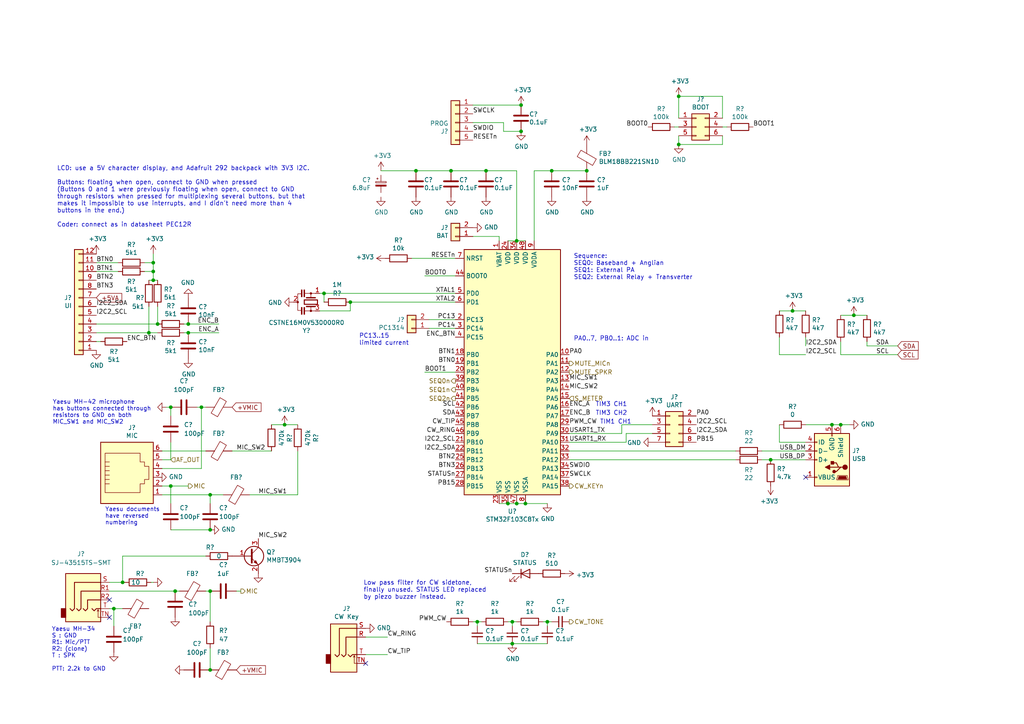
<source format=kicad_sch>
(kicad_sch (version 20211123) (generator eeschema)

  (uuid 5367a494-64b6-4f8c-adca-814c4b88525b)

  (paper "A4")

  (title_block
    (title "DART-70 TRX")
    (date "2023-01-19")
    (rev "0")
    (company "HB9EGM")
    (comment 1 "A 4m Band SSB/CW Transceiver")
  )

  

  (junction (at 33.02 176.53) (diameter 0) (color 0 0 0 0)
    (uuid 13f32677-7358-4425-9e94-52afb3823ec5)
  )
  (junction (at 43.18 96.52) (diameter 0) (color 0 0 0 0)
    (uuid 21443f6e-c9cb-43b6-9145-0fe007529b00)
  )
  (junction (at 223.52 133.35) (diameter 0) (color 0 0 0 0)
    (uuid 2a891096-042c-4004-b161-8bd2c0b59fd7)
  )
  (junction (at 149.86 69.85) (diameter 0) (color 0 0 0 0)
    (uuid 3b398e0a-4c10-4dcc-aa1f-5dcd51a576d9)
  )
  (junction (at 243.84 123.19) (diameter 0) (color 0 0 0 0)
    (uuid 3f43b8cc-e232-4de4-a8bc-56a1a1c0a87a)
  )
  (junction (at 101.6 87.63) (diameter 0) (color 0 0 0 0)
    (uuid 418a0e9c-c95f-4d4a-a88f-ec13faf3303c)
  )
  (junction (at 130.81 49.53) (diameter 0) (color 0 0 0 0)
    (uuid 463e71c6-e035-4ed0-9a41-c3c9633f2c78)
  )
  (junction (at 35.56 168.91) (diameter 0) (color 0 0 0 0)
    (uuid 497b9774-3128-4270-af26-430f6d704065)
  )
  (junction (at 196.85 27.94) (diameter 0) (color 0 0 0 0)
    (uuid 5cfe5589-d53d-4797-82e8-c31b86c5fbb8)
  )
  (junction (at 49.53 118.11) (diameter 0) (color 0 0 0 0)
    (uuid 6378f3a0-c10c-4ab8-a191-8014f1f995ab)
  )
  (junction (at 50.8 171.45) (diameter 0) (color 0 0 0 0)
    (uuid 6a4fb687-120e-40bf-9b35-7e9d2fc384cf)
  )
  (junction (at 60.96 143.51) (diameter 0) (color 0 0 0 0)
    (uuid 7006f49f-0e13-43be-b1bb-f26a3d387008)
  )
  (junction (at 149.86 146.05) (diameter 0) (color 0 0 0 0)
    (uuid 70b621b6-45b5-43cb-9683-d589118723d7)
  )
  (junction (at 147.32 146.05) (diameter 0) (color 0 0 0 0)
    (uuid 73e2a101-0bc0-414b-9aa7-7eeb8a3caef1)
  )
  (junction (at 120.65 49.53) (diameter 0) (color 0 0 0 0)
    (uuid 752fa345-d8be-4e99-aad1-e88671f99643)
  )
  (junction (at 160.02 49.53) (diameter 0) (color 0 0 0 0)
    (uuid 77b09fa1-fbbb-49ab-94c4-069660b694ff)
  )
  (junction (at 148.59 186.69) (diameter 0) (color 0 0 0 0)
    (uuid 782b86fa-ef9f-4c16-a991-b44a80f0f0c3)
  )
  (junction (at 138.43 180.34) (diameter 0) (color 0 0 0 0)
    (uuid 7efaeda2-e767-44b9-adb2-3a0c3f4d2f1d)
  )
  (junction (at 58.42 118.11) (diameter 0) (color 0 0 0 0)
    (uuid 807fdb88-f9c9-42d9-8e83-2c2f092f2280)
  )
  (junction (at 54.61 93.98) (diameter 0) (color 0 0 0 0)
    (uuid 8699357b-081e-4490-9c44-11d25a40de14)
  )
  (junction (at 158.75 180.34) (diameter 0) (color 0 0 0 0)
    (uuid 8847e751-6992-4f80-92c5-c3bef4b5dbf6)
  )
  (junction (at 82.55 123.19) (diameter 0) (color 0 0 0 0)
    (uuid 88ec470b-1595-4040-bc2a-91476c84ca2e)
  )
  (junction (at 60.96 194.31) (diameter 0) (color 0 0 0 0)
    (uuid 8adc6e7b-379b-4805-954a-89eeb571e9d4)
  )
  (junction (at 93.98 85.09) (diameter 0) (color 0 0 0 0)
    (uuid 8c497335-9f19-4d8f-81b9-d3f6e5560190)
  )
  (junction (at 247.65 91.44) (diameter 0) (color 0 0 0 0)
    (uuid 9098a6bf-eae0-4636-90c3-6c2f5d9401fd)
  )
  (junction (at 241.3 123.19) (diameter 0) (color 0 0 0 0)
    (uuid 9801ccc8-5152-40bb-932d-67072f8cd8ad)
  )
  (junction (at 196.85 41.91) (diameter 0) (color 0 0 0 0)
    (uuid 9b396834-9f2e-4234-8e77-e2f453053d8c)
  )
  (junction (at 140.97 49.53) (diameter 0) (color 0 0 0 0)
    (uuid 9cb0289b-897f-4a33-9575-6ead0989832a)
  )
  (junction (at 60.96 171.45) (diameter 0) (color 0 0 0 0)
    (uuid ae10c814-dedf-4335-9619-5afa1682dcac)
  )
  (junction (at 148.59 180.34) (diameter 0) (color 0 0 0 0)
    (uuid b2ecb88a-4c09-46d5-b24a-de38dbb48f75)
  )
  (junction (at 152.4 146.05) (diameter 0) (color 0 0 0 0)
    (uuid b7e9cf10-b74e-4e80-a7f1-e33a29fe56de)
  )
  (junction (at 60.96 153.67) (diameter 0) (color 0 0 0 0)
    (uuid bbc11dec-0b3b-4dca-bca3-5e2a9ff62131)
  )
  (junction (at 45.72 93.98) (diameter 0) (color 0 0 0 0)
    (uuid ca6052ba-b6c7-4761-b3cb-c749f8cbf361)
  )
  (junction (at 44.45 76.2) (diameter 0) (color 0 0 0 0)
    (uuid cc016ca4-b9a4-4d80-91ba-91d6e0df5bcc)
  )
  (junction (at 54.61 96.52) (diameter 0) (color 0 0 0 0)
    (uuid d0164702-426e-4c87-abe5-fbfeda4c6ede)
  )
  (junction (at 44.45 78.74) (diameter 0) (color 0 0 0 0)
    (uuid d28c26df-aeff-4f6a-a1dc-f734efaf55cb)
  )
  (junction (at 49.53 140.97) (diameter 0) (color 0 0 0 0)
    (uuid dadd1271-de02-4ddc-9037-691c1071fc0f)
  )
  (junction (at 151.13 30.48) (diameter 0) (color 0 0 0 0)
    (uuid e04409c2-b3ba-460e-bddc-62e0044901c2)
  )
  (junction (at 170.18 49.53) (diameter 0) (color 0 0 0 0)
    (uuid e1640c92-0a7b-4990-ae42-e9436c2a460d)
  )
  (junction (at 44.45 81.28) (diameter 0) (color 0 0 0 0)
    (uuid e4f6c439-e664-4982-a00a-ae1d4844df2b)
  )
  (junction (at 229.87 90.17) (diameter 0) (color 0 0 0 0)
    (uuid eab7c737-4450-406f-9f80-b2e18bb45dd6)
  )
  (junction (at 151.13 38.1) (diameter 0) (color 0 0 0 0)
    (uuid ed74c2b7-a3ac-4886-84f5-377b5e1bbbfc)
  )

  (no_connect (at 233.68 138.43) (uuid 487ede9d-e4e2-47c1-b417-084ff862638c))
  (no_connect (at 31.75 179.07) (uuid 5f209d3b-570b-41be-bac1-da0e75bd9c30))
  (no_connect (at 31.75 173.99) (uuid 88dece5e-42d2-4a10-900f-3cb59dfd1690))
  (no_connect (at 106.045 192.405) (uuid e03d7bc9-2bd0-42b5-96ba-4ca164fb4c50))

  (wire (pts (xy 165.1 133.35) (xy 213.36 133.35))
    (stroke (width 0) (type default) (color 0 0 0 0))
    (uuid 006bc43b-d3a8-4a38-a8dc-5a24da3f9b4d)
  )
  (wire (pts (xy 27.94 93.98) (xy 45.72 93.98))
    (stroke (width 0) (type default) (color 0 0 0 0))
    (uuid 0368658f-3125-4888-be8d-2d00cf819e46)
  )
  (wire (pts (xy 119.38 74.93) (xy 132.08 74.93))
    (stroke (width 0) (type default) (color 0 0 0 0))
    (uuid 0454b0ed-4e94-46b1-9058-7210ddee62e4)
  )
  (wire (pts (xy 247.65 91.44) (xy 251.46 91.44))
    (stroke (width 0) (type default) (color 0 0 0 0))
    (uuid 0673bd15-bb27-42a3-b8dd-ff34de638161)
  )
  (wire (pts (xy 53.34 93.98) (xy 54.61 93.98))
    (stroke (width 0) (type default) (color 0 0 0 0))
    (uuid 08895aac-0eaf-4885-9893-39d7cbab257b)
  )
  (wire (pts (xy 46.99 143.51) (xy 60.96 143.51))
    (stroke (width 0) (type default) (color 0 0 0 0))
    (uuid 09dffe2f-119c-4acf-b279-934de0a0dda7)
  )
  (wire (pts (xy 165.1 130.81) (xy 213.36 130.81))
    (stroke (width 0) (type default) (color 0 0 0 0))
    (uuid 11b49d13-b047-4242-be65-9a9b1c80ec58)
  )
  (wire (pts (xy 31.75 171.45) (xy 50.8 171.45))
    (stroke (width 0) (type default) (color 0 0 0 0))
    (uuid 14f144cf-94b7-4e9b-be67-5ca1bbff69f2)
  )
  (wire (pts (xy 251.46 100.33) (xy 260.35 100.33))
    (stroke (width 0) (type default) (color 0 0 0 0))
    (uuid 15328724-62c0-4c64-8165-7ba7fa235831)
  )
  (wire (pts (xy 67.31 130.81) (xy 78.74 130.81))
    (stroke (width 0) (type default) (color 0 0 0 0))
    (uuid 16010e58-8aee-45c1-99df-d1cc2bd80779)
  )
  (wire (pts (xy 58.42 135.89) (xy 58.42 118.11))
    (stroke (width 0) (type default) (color 0 0 0 0))
    (uuid 1afdd221-608b-420b-8eb2-861de263adb5)
  )
  (wire (pts (xy 243.84 102.87) (xy 243.84 99.06))
    (stroke (width 0) (type default) (color 0 0 0 0))
    (uuid 1fcbe337-d147-4e02-846e-7f1ec4528bd0)
  )
  (wire (pts (xy 27.94 76.2) (xy 34.29 76.2))
    (stroke (width 0) (type default) (color 0 0 0 0))
    (uuid 22abab2e-9885-4da7-9852-348f356dd096)
  )
  (wire (pts (xy 130.81 49.53) (xy 140.97 49.53))
    (stroke (width 0) (type default) (color 0 0 0 0))
    (uuid 2330a65f-a667-4564-b2ea-fd267508069a)
  )
  (wire (pts (xy 137.16 30.48) (xy 151.13 30.48))
    (stroke (width 0) (type default) (color 0 0 0 0))
    (uuid 23425199-2ac8-404e-b295-8bb0276f526e)
  )
  (wire (pts (xy 189.23 125.73) (xy 181.61 125.73))
    (stroke (width 0) (type default) (color 0 0 0 0))
    (uuid 238ce6dc-0557-409a-ab04-93448fccaac4)
  )
  (wire (pts (xy 160.02 49.53) (xy 154.94 49.53))
    (stroke (width 0) (type default) (color 0 0 0 0))
    (uuid 23d269d6-d694-442a-bf5d-98bf3544fc31)
  )
  (wire (pts (xy 86.36 123.19) (xy 82.55 123.19))
    (stroke (width 0) (type default) (color 0 0 0 0))
    (uuid 2415334a-b998-4d19-a8b5-e60e8af2aff4)
  )
  (wire (pts (xy 146.05 35.56) (xy 146.05 38.1))
    (stroke (width 0) (type default) (color 0 0 0 0))
    (uuid 2480dd87-1dff-4a50-81a2-52ef161ac45c)
  )
  (wire (pts (xy 138.43 180.34) (xy 138.43 181.61))
    (stroke (width 0) (type default) (color 0 0 0 0))
    (uuid 251435cb-df17-46ab-aac4-3d24ccac8db0)
  )
  (wire (pts (xy 53.34 96.52) (xy 54.61 96.52))
    (stroke (width 0) (type default) (color 0 0 0 0))
    (uuid 251bbd6b-00ad-4956-8621-28b4b522b62b)
  )
  (wire (pts (xy 223.52 133.35) (xy 233.68 133.35))
    (stroke (width 0) (type default) (color 0 0 0 0))
    (uuid 25ada721-670a-4020-ae0b-77410c4e375a)
  )
  (wire (pts (xy 33.02 176.53) (xy 35.56 176.53))
    (stroke (width 0) (type default) (color 0 0 0 0))
    (uuid 2d68cb5d-30df-4657-8750-10f8b1c43a3d)
  )
  (wire (pts (xy 58.42 118.11) (xy 59.69 118.11))
    (stroke (width 0) (type default) (color 0 0 0 0))
    (uuid 2f06a385-de72-4063-8346-234d2a5fb931)
  )
  (wire (pts (xy 229.87 90.17) (xy 233.68 90.17))
    (stroke (width 0) (type default) (color 0 0 0 0))
    (uuid 317a2bf1-677c-46ed-b6b4-eef240063844)
  )
  (wire (pts (xy 123.19 107.95) (xy 132.08 107.95))
    (stroke (width 0) (type default) (color 0 0 0 0))
    (uuid 31ae1ddb-55f8-4875-b94d-87a4d0c86414)
  )
  (wire (pts (xy 243.84 91.44) (xy 247.65 91.44))
    (stroke (width 0) (type default) (color 0 0 0 0))
    (uuid 34d6d782-5641-4526-b346-05de03ea8c0e)
  )
  (wire (pts (xy 43.18 88.9) (xy 43.18 96.52))
    (stroke (width 0) (type default) (color 0 0 0 0))
    (uuid 36915340-9dd2-4d10-bb2e-946e32cc121b)
  )
  (wire (pts (xy 120.65 49.53) (xy 130.81 49.53))
    (stroke (width 0) (type default) (color 0 0 0 0))
    (uuid 37e843e9-2538-4a91-9a9b-f536fa0a9e84)
  )
  (wire (pts (xy 110.49 49.53) (xy 120.65 49.53))
    (stroke (width 0) (type default) (color 0 0 0 0))
    (uuid 3a013e8f-5b12-499b-8d2d-0ad49966db1a)
  )
  (wire (pts (xy 158.75 181.61) (xy 158.75 180.34))
    (stroke (width 0) (type default) (color 0 0 0 0))
    (uuid 3d927ca0-f4ad-42ab-b902-dfef8d84eebb)
  )
  (wire (pts (xy 226.06 90.17) (xy 229.87 90.17))
    (stroke (width 0) (type default) (color 0 0 0 0))
    (uuid 3f4ca593-2b3f-4c1d-83fb-6afbc1dc83bd)
  )
  (wire (pts (xy 148.59 186.69) (xy 158.75 186.69))
    (stroke (width 0) (type default) (color 0 0 0 0))
    (uuid 3fc3a397-ec3a-4314-aa6a-44925ef4cbbe)
  )
  (wire (pts (xy 158.75 180.34) (xy 160.02 180.34))
    (stroke (width 0) (type default) (color 0 0 0 0))
    (uuid 4736f749-4a0e-4a05-b1aa-d51f1c3fc23d)
  )
  (wire (pts (xy 160.02 49.53) (xy 170.18 49.53))
    (stroke (width 0) (type default) (color 0 0 0 0))
    (uuid 4829bee0-faa8-43f7-b2d7-8a6e5d1b3050)
  )
  (wire (pts (xy 45.72 81.28) (xy 44.45 81.28))
    (stroke (width 0) (type default) (color 0 0 0 0))
    (uuid 4b9a4b22-a241-4855-9d5c-4ff2f9005b1b)
  )
  (wire (pts (xy 124.46 92.71) (xy 132.08 92.71))
    (stroke (width 0) (type default) (color 0 0 0 0))
    (uuid 4cd135a5-fdd1-4851-864a-dadf7c96d9ff)
  )
  (wire (pts (xy 137.16 35.56) (xy 146.05 35.56))
    (stroke (width 0) (type default) (color 0 0 0 0))
    (uuid 4f69bb40-cbf2-45c5-8c23-3e0667e1f6c1)
  )
  (wire (pts (xy 165.1 128.27) (xy 181.61 128.27))
    (stroke (width 0) (type default) (color 0 0 0 0))
    (uuid 500298f6-b9ed-4e53-bde6-024545f1a90a)
  )
  (wire (pts (xy 45.72 138.43) (xy 46.99 138.43))
    (stroke (width 0) (type default) (color 0 0 0 0))
    (uuid 564c737a-c22b-400c-8665-990100e2bad2)
  )
  (wire (pts (xy 44.45 76.2) (xy 44.45 73.66))
    (stroke (width 0) (type default) (color 0 0 0 0))
    (uuid 58a22765-7f2e-4f66-9ea8-f56fcca75dda)
  )
  (wire (pts (xy 52.07 171.45) (xy 50.8 171.45))
    (stroke (width 0) (type default) (color 0 0 0 0))
    (uuid 5c661c17-3ab4-49c7-8add-a626d1753c0b)
  )
  (wire (pts (xy 27.94 96.52) (xy 43.18 96.52))
    (stroke (width 0) (type default) (color 0 0 0 0))
    (uuid 5d4ed9ca-985c-4d79-b913-0fd671b604bc)
  )
  (wire (pts (xy 226.06 128.27) (xy 233.68 128.27))
    (stroke (width 0) (type default) (color 0 0 0 0))
    (uuid 5f48357f-c353-4808-811f-74ed7ffaa7c6)
  )
  (wire (pts (xy 146.05 38.1) (xy 151.13 38.1))
    (stroke (width 0) (type default) (color 0 0 0 0))
    (uuid 61b6f2c4-b226-47d6-bbd8-9d67fcaf35c3)
  )
  (wire (pts (xy 196.85 41.91) (xy 209.55 41.91))
    (stroke (width 0) (type default) (color 0 0 0 0))
    (uuid 61e795c9-5bb5-48b3-b7a0-cb64f04c7adc)
  )
  (wire (pts (xy 49.53 140.97) (xy 49.53 146.05))
    (stroke (width 0) (type default) (color 0 0 0 0))
    (uuid 66e3bb6e-3039-4f64-a55c-f43a1345d149)
  )
  (wire (pts (xy 101.6 90.17) (xy 101.6 87.63))
    (stroke (width 0) (type default) (color 0 0 0 0))
    (uuid 677a1070-c11b-49a9-8186-12e0a3e880b1)
  )
  (wire (pts (xy 226.06 102.87) (xy 226.06 97.79))
    (stroke (width 0) (type default) (color 0 0 0 0))
    (uuid 679e5b0e-a017-43d8-8845-79a886253d82)
  )
  (wire (pts (xy 49.53 128.27) (xy 49.53 133.35))
    (stroke (width 0) (type default) (color 0 0 0 0))
    (uuid 6ed67694-fff8-461d-af41-a54796b26eb7)
  )
  (wire (pts (xy 27.94 99.06) (xy 29.21 99.06))
    (stroke (width 0) (type default) (color 0 0 0 0))
    (uuid 6f581e98-caac-4a3a-b0ed-76aab462e56a)
  )
  (wire (pts (xy 165.1 125.73) (xy 180.34 125.73))
    (stroke (width 0) (type default) (color 0 0 0 0))
    (uuid 6f75ea3e-6135-44f5-9313-1aad839ab6f6)
  )
  (wire (pts (xy 137.16 180.34) (xy 138.43 180.34))
    (stroke (width 0) (type default) (color 0 0 0 0))
    (uuid 742f6656-c86d-41c0-937e-ef6ded3bd482)
  )
  (wire (pts (xy 243.84 102.87) (xy 260.35 102.87))
    (stroke (width 0) (type default) (color 0 0 0 0))
    (uuid 75080b0b-6140-45af-8605-622af6de8bea)
  )
  (wire (pts (xy 46.99 140.97) (xy 49.53 140.97))
    (stroke (width 0) (type default) (color 0 0 0 0))
    (uuid 76acc36c-a2a1-41e6-a41b-3d2782098bb1)
  )
  (wire (pts (xy 223.52 133.35) (xy 220.98 133.35))
    (stroke (width 0) (type default) (color 0 0 0 0))
    (uuid 771145ed-2e00-4172-ac95-37a36c6a35ce)
  )
  (wire (pts (xy 140.97 49.53) (xy 149.86 49.53))
    (stroke (width 0) (type default) (color 0 0 0 0))
    (uuid 7c1fd6fc-5c53-4ccb-a456-46fe6fc0bc71)
  )
  (wire (pts (xy 157.48 180.34) (xy 158.75 180.34))
    (stroke (width 0) (type default) (color 0 0 0 0))
    (uuid 7d512d14-3ca4-4934-b506-eb07d268c7dc)
  )
  (wire (pts (xy 59.69 171.45) (xy 60.96 171.45))
    (stroke (width 0) (type default) (color 0 0 0 0))
    (uuid 7e818ab5-daa1-4f81-8e5b-7a6aa233292b)
  )
  (wire (pts (xy 147.32 146.05) (xy 144.78 146.05))
    (stroke (width 0) (type default) (color 0 0 0 0))
    (uuid 7f2c9904-545b-4337-acd6-8707e0924818)
  )
  (wire (pts (xy 243.84 123.19) (xy 241.3 123.19))
    (stroke (width 0) (type default) (color 0 0 0 0))
    (uuid 7fa098fb-b644-4e64-920e-8328b5d12f21)
  )
  (wire (pts (xy 60.96 187.96) (xy 60.96 194.31))
    (stroke (width 0) (type default) (color 0 0 0 0))
    (uuid 80f7bbd0-bec0-4cb1-9503-e3687c98ec1e)
  )
  (wire (pts (xy 144.78 68.58) (xy 137.16 68.58))
    (stroke (width 0) (type default) (color 0 0 0 0))
    (uuid 822cf157-ecb8-46d7-8cc6-5f0248fd6b37)
  )
  (wire (pts (xy 45.72 88.9) (xy 45.72 93.98))
    (stroke (width 0) (type default) (color 0 0 0 0))
    (uuid 82f0532d-1a6d-464b-ad29-fc3e8108d6a8)
  )
  (wire (pts (xy 195.58 36.83) (xy 196.85 36.83))
    (stroke (width 0) (type default) (color 0 0 0 0))
    (uuid 875404be-e359-458a-af29-1bd3403dd55f)
  )
  (wire (pts (xy 233.68 102.87) (xy 226.06 102.87))
    (stroke (width 0) (type default) (color 0 0 0 0))
    (uuid 8f577817-ea32-42aa-bedc-809b6d0ffec6)
  )
  (wire (pts (xy 148.59 180.34) (xy 149.86 180.34))
    (stroke (width 0) (type default) (color 0 0 0 0))
    (uuid 9004cee7-358e-4c08-9d64-a05f28a4e7b6)
  )
  (wire (pts (xy 101.6 87.63) (xy 132.08 87.63))
    (stroke (width 0) (type default) (color 0 0 0 0))
    (uuid 92cf4db4-2dba-4763-9cd8-3c7f8aff8f24)
  )
  (wire (pts (xy 101.6 90.17) (xy 92.71 90.17))
    (stroke (width 0) (type default) (color 0 0 0 0))
    (uuid 93b580d1-c2df-48c4-9d06-465ca9d3eebc)
  )
  (wire (pts (xy 35.56 161.29) (xy 59.69 161.29))
    (stroke (width 0) (type default) (color 0 0 0 0))
    (uuid 9540b4d6-8885-4843-a659-943f7e3bc69a)
  )
  (wire (pts (xy 27.94 78.74) (xy 34.29 78.74))
    (stroke (width 0) (type default) (color 0 0 0 0))
    (uuid 99a76074-fcd3-4150-83c8-79f76bdad1c5)
  )
  (wire (pts (xy 72.39 143.51) (xy 86.36 143.51))
    (stroke (width 0) (type default) (color 0 0 0 0))
    (uuid 9c221d52-946b-4b75-8659-2771c7e549f2)
  )
  (wire (pts (xy 86.36 143.51) (xy 86.36 130.81))
    (stroke (width 0) (type default) (color 0 0 0 0))
    (uuid 9cdc04e7-a7c1-410b-8dd7-1b5a287afb98)
  )
  (wire (pts (xy 220.98 130.81) (xy 233.68 130.81))
    (stroke (width 0) (type default) (color 0 0 0 0))
    (uuid 9f7324c5-50a2-442c-8a80-edf04aa2b2ac)
  )
  (wire (pts (xy 144.78 69.85) (xy 144.78 68.58))
    (stroke (width 0) (type default) (color 0 0 0 0))
    (uuid 9f7b3295-d16c-467f-88f6-2ab8ee650e3a)
  )
  (wire (pts (xy 35.56 168.91) (xy 36.195 168.91))
    (stroke (width 0) (type default) (color 0 0 0 0))
    (uuid a2873055-b8ab-487a-9485-446d15b62f90)
  )
  (wire (pts (xy 149.86 69.85) (xy 147.32 69.85))
    (stroke (width 0) (type default) (color 0 0 0 0))
    (uuid a32fe8ab-5810-40f6-8eab-48332c0ee5a0)
  )
  (wire (pts (xy 196.85 34.29) (xy 196.85 27.94))
    (stroke (width 0) (type default) (color 0 0 0 0))
    (uuid a560f403-c7e0-4d97-9b6c-c5351bebb237)
  )
  (wire (pts (xy 82.55 123.19) (xy 78.74 123.19))
    (stroke (width 0) (type default) (color 0 0 0 0))
    (uuid a5e5a32b-d259-4833-9676-56ada82e83c2)
  )
  (wire (pts (xy 209.55 34.29) (xy 209.55 27.94))
    (stroke (width 0) (type default) (color 0 0 0 0))
    (uuid a6e0def8-4f4c-4324-b688-07d61c9eec31)
  )
  (wire (pts (xy 124.46 95.25) (xy 132.08 95.25))
    (stroke (width 0) (type default) (color 0 0 0 0))
    (uuid ab5db7e5-9de7-449f-b70b-9d0dd610b10b)
  )
  (wire (pts (xy 93.98 87.63) (xy 93.98 85.09))
    (stroke (width 0) (type default) (color 0 0 0 0))
    (uuid ac5a5c45-797a-4bbe-bfd5-5ce5a8aa3463)
  )
  (wire (pts (xy 106.045 189.865) (xy 112.395 189.865))
    (stroke (width 0) (type default) (color 0 0 0 0))
    (uuid ae9a2cfc-2e02-4731-9394-e388bba596f8)
  )
  (wire (pts (xy 43.815 168.91) (xy 44.45 168.91))
    (stroke (width 0) (type default) (color 0 0 0 0))
    (uuid aea16cf2-4f65-409f-b3b9-3c332f390e93)
  )
  (wire (pts (xy 33.02 181.61) (xy 33.02 176.53))
    (stroke (width 0) (type default) (color 0 0 0 0))
    (uuid afe17981-95bb-4580-8c01-d624572574ed)
  )
  (wire (pts (xy 152.4 146.05) (xy 149.86 146.05))
    (stroke (width 0) (type default) (color 0 0 0 0))
    (uuid b05af61d-3c1d-44cf-aea2-61fd169c9d1a)
  )
  (wire (pts (xy 49.53 118.11) (xy 48.26 118.11))
    (stroke (width 0) (type default) (color 0 0 0 0))
    (uuid b2493615-6469-4f85-ae30-0eeac98199a6)
  )
  (wire (pts (xy 149.86 49.53) (xy 149.86 69.85))
    (stroke (width 0) (type default) (color 0 0 0 0))
    (uuid b3eebb03-af8c-48e8-a7d9-5ec3741206fa)
  )
  (wire (pts (xy 58.42 118.11) (xy 57.15 118.11))
    (stroke (width 0) (type default) (color 0 0 0 0))
    (uuid b4d405a4-25a6-44ef-96e1-b56b6b5ce995)
  )
  (wire (pts (xy 49.53 153.67) (xy 60.96 153.67))
    (stroke (width 0) (type default) (color 0 0 0 0))
    (uuid b506d6e3-f5de-46c8-8eaa-ee5b62c6abd9)
  )
  (wire (pts (xy 106.045 184.785) (xy 112.395 184.785))
    (stroke (width 0) (type default) (color 0 0 0 0))
    (uuid b555eee7-8149-4892-8ba4-057aabcbbee2)
  )
  (wire (pts (xy 54.61 96.52) (xy 63.5 96.52))
    (stroke (width 0) (type default) (color 0 0 0 0))
    (uuid b9937346-f6e7-4a0d-8b88-940809bc0c5f)
  )
  (wire (pts (xy 41.91 78.74) (xy 44.45 78.74))
    (stroke (width 0) (type default) (color 0 0 0 0))
    (uuid b9e0ba15-f372-4a9e-a627-d594778258ac)
  )
  (wire (pts (xy 181.61 125.73) (xy 181.61 128.27))
    (stroke (width 0) (type default) (color 0 0 0 0))
    (uuid b9fce689-53c2-4275-98d8-2c8da9bd740a)
  )
  (wire (pts (xy 93.98 85.09) (xy 92.71 85.09))
    (stroke (width 0) (type default) (color 0 0 0 0))
    (uuid ba80136a-34d0-4a97-a9c9-c43ab3f7be6e)
  )
  (wire (pts (xy 152.4 69.85) (xy 149.86 69.85))
    (stroke (width 0) (type default) (color 0 0 0 0))
    (uuid bade9875-e59b-4d52-b529-c48d7c265fc4)
  )
  (wire (pts (xy 49.53 140.97) (xy 54.61 140.97))
    (stroke (width 0) (type default) (color 0 0 0 0))
    (uuid bf1ffc03-ba94-43f6-8d0a-0dfaedf70cc2)
  )
  (wire (pts (xy 49.53 133.35) (xy 46.99 133.35))
    (stroke (width 0) (type default) (color 0 0 0 0))
    (uuid c0185e34-c51b-4c62-a463-ad6cb00d29af)
  )
  (wire (pts (xy 33.02 176.53) (xy 31.75 176.53))
    (stroke (width 0) (type default) (color 0 0 0 0))
    (uuid c10ea781-e4dc-44b9-a7e1-86f7cdfec5ac)
  )
  (wire (pts (xy 44.45 81.28) (xy 43.18 81.28))
    (stroke (width 0) (type default) (color 0 0 0 0))
    (uuid c3c15276-82a5-4b64-990f-7f503a97141e)
  )
  (wire (pts (xy 31.75 168.91) (xy 35.56 168.91))
    (stroke (width 0) (type default) (color 0 0 0 0))
    (uuid c62fcb1d-df7b-4385-a018-f5ef16263000)
  )
  (wire (pts (xy 60.96 143.51) (xy 64.77 143.51))
    (stroke (width 0) (type default) (color 0 0 0 0))
    (uuid c898c0c5-e142-46d8-96c8-7be1e3bc68ad)
  )
  (wire (pts (xy 180.34 123.19) (xy 189.23 123.19))
    (stroke (width 0) (type default) (color 0 0 0 0))
    (uuid ca0eab8e-e3fd-464d-bb03-d1603b8a651b)
  )
  (wire (pts (xy 209.55 41.91) (xy 209.55 39.37))
    (stroke (width 0) (type default) (color 0 0 0 0))
    (uuid ca12753c-a5f4-49a4-bb14-a01420a86edb)
  )
  (wire (pts (xy 233.68 100.33) (xy 233.68 97.79))
    (stroke (width 0) (type default) (color 0 0 0 0))
    (uuid cf02db11-2ff8-4f79-b3e9-9802575ab786)
  )
  (wire (pts (xy 60.96 143.51) (xy 60.96 146.05))
    (stroke (width 0) (type default) (color 0 0 0 0))
    (uuid d063f6b1-c663-433a-bf5e-7441a08f16ea)
  )
  (wire (pts (xy 154.94 49.53) (xy 154.94 69.85))
    (stroke (width 0) (type default) (color 0 0 0 0))
    (uuid d1ea7795-8403-4edb-b959-1b29f77ed16f)
  )
  (wire (pts (xy 46.99 135.89) (xy 58.42 135.89))
    (stroke (width 0) (type default) (color 0 0 0 0))
    (uuid d26a8420-78a3-4a9e-b4f4-5a9910f59c4d)
  )
  (wire (pts (xy 68.58 171.45) (xy 69.85 171.45))
    (stroke (width 0) (type default) (color 0 0 0 0))
    (uuid d312eda9-74a3-4e19-8d05-4177ec0e1f00)
  )
  (wire (pts (xy 43.18 96.52) (xy 45.72 96.52))
    (stroke (width 0) (type default) (color 0 0 0 0))
    (uuid d3ea5011-250b-4076-bf21-0457c1dc2816)
  )
  (wire (pts (xy 49.53 118.11) (xy 49.53 120.65))
    (stroke (width 0) (type default) (color 0 0 0 0))
    (uuid d84cf9cf-df80-49cb-bd44-af405b2b4fee)
  )
  (wire (pts (xy 209.55 27.94) (xy 196.85 27.94))
    (stroke (width 0) (type default) (color 0 0 0 0))
    (uuid d8e238b6-5437-4b14-9ba7-0337f0b828ab)
  )
  (wire (pts (xy 148.59 181.61) (xy 148.59 180.34))
    (stroke (width 0) (type default) (color 0 0 0 0))
    (uuid d8ebdeb0-2bbd-4a1b-a259-f95c97f44cbe)
  )
  (wire (pts (xy 147.32 180.34) (xy 148.59 180.34))
    (stroke (width 0) (type default) (color 0 0 0 0))
    (uuid dacfc6b2-f197-4446-86ee-d141533404be)
  )
  (wire (pts (xy 246.38 123.19) (xy 243.84 123.19))
    (stroke (width 0) (type default) (color 0 0 0 0))
    (uuid dba4ad5b-8704-4fc8-9247-b9c4709cf1cf)
  )
  (wire (pts (xy 132.08 85.09) (xy 93.98 85.09))
    (stroke (width 0) (type default) (color 0 0 0 0))
    (uuid dcbc5a2e-2561-4663-8736-09acc9fe0209)
  )
  (wire (pts (xy 44.45 81.28) (xy 44.45 78.74))
    (stroke (width 0) (type default) (color 0 0 0 0))
    (uuid dcff1695-539e-442e-afee-9485378ce13a)
  )
  (wire (pts (xy 138.43 186.69) (xy 148.59 186.69))
    (stroke (width 0) (type default) (color 0 0 0 0))
    (uuid ddcf9a83-0126-4df6-88fa-3363d508d3a6)
  )
  (wire (pts (xy 41.91 76.2) (xy 44.45 76.2))
    (stroke (width 0) (type default) (color 0 0 0 0))
    (uuid dea160a0-c7eb-439d-aa99-b60757115fc7)
  )
  (wire (pts (xy 158.75 146.05) (xy 152.4 146.05))
    (stroke (width 0) (type default) (color 0 0 0 0))
    (uuid e382fedc-c868-44fd-9740-47cc05b15c1c)
  )
  (wire (pts (xy 226.06 123.19) (xy 226.06 128.27))
    (stroke (width 0) (type default) (color 0 0 0 0))
    (uuid e584287a-6232-40cf-a082-8dea5986b945)
  )
  (wire (pts (xy 138.43 180.34) (xy 139.7 180.34))
    (stroke (width 0) (type default) (color 0 0 0 0))
    (uuid e68fac9b-3de3-4acb-9bb0-3dee3685df22)
  )
  (wire (pts (xy 180.34 125.73) (xy 180.34 123.19))
    (stroke (width 0) (type default) (color 0 0 0 0))
    (uuid e7130644-c4ae-4f9d-997d-5b4fa9d09578)
  )
  (wire (pts (xy 46.99 130.81) (xy 59.69 130.81))
    (stroke (width 0) (type default) (color 0 0 0 0))
    (uuid e91ad237-6778-4565-a41c-5451c22b839e)
  )
  (wire (pts (xy 60.96 171.45) (xy 60.96 180.34))
    (stroke (width 0) (type default) (color 0 0 0 0))
    (uuid e98e7eb7-9737-4f2e-99d0-92ee149d1392)
  )
  (wire (pts (xy 44.45 78.74) (xy 44.45 76.2))
    (stroke (width 0) (type default) (color 0 0 0 0))
    (uuid eb5c3818-51cd-4092-a6a2-1d306912382e)
  )
  (wire (pts (xy 35.56 161.29) (xy 35.56 168.91))
    (stroke (width 0) (type default) (color 0 0 0 0))
    (uuid ec3165fe-59c9-43eb-8ddf-d44b9735718a)
  )
  (wire (pts (xy 196.85 41.91) (xy 196.85 39.37))
    (stroke (width 0) (type default) (color 0 0 0 0))
    (uuid eca73914-6f4b-487c-b8f6-6bedca0fa3fb)
  )
  (wire (pts (xy 54.61 93.98) (xy 63.5 93.98))
    (stroke (width 0) (type default) (color 0 0 0 0))
    (uuid eccdf86f-23ac-4077-b13e-27dc356e9a70)
  )
  (wire (pts (xy 123.19 80.01) (xy 132.08 80.01))
    (stroke (width 0) (type default) (color 0 0 0 0))
    (uuid ed265626-f6f5-4029-beb9-f6ad275e86b5)
  )
  (wire (pts (xy 251.46 100.33) (xy 251.46 99.06))
    (stroke (width 0) (type default) (color 0 0 0 0))
    (uuid f1353e9e-7eae-44e9-872c-ec11c41e5657)
  )
  (wire (pts (xy 149.86 146.05) (xy 147.32 146.05))
    (stroke (width 0) (type default) (color 0 0 0 0))
    (uuid f46f4b86-daf6-4869-98cb-928039f00f5f)
  )
  (wire (pts (xy 210.82 36.83) (xy 209.55 36.83))
    (stroke (width 0) (type default) (color 0 0 0 0))
    (uuid f683b564-906b-42f6-a233-cd22c58657dd)
  )
  (wire (pts (xy 241.3 123.19) (xy 233.68 123.19))
    (stroke (width 0) (type default) (color 0 0 0 0))
    (uuid f6c96c0d-4cf7-4e5a-ad96-cb52e5fda138)
  )

  (text "Yaesu documents\nhave reversed\nnumbering" (at 30.48 152.4 0)
    (effects (font (size 1.1938 1.1938)) (justify left bottom))
    (uuid 00d22a94-4415-4f7c-bba5-9ac8913c5f96)
  )
  (text "TODO\nDecide VMIC (8V on MH-42)\nReplace connector by footprints for buttons, encoder and display\nCheck how I finally did CW on Picardy 2020"
    (at 1.27 -15.24 0)
    (effects (font (size 3 3)) (justify left bottom))
    (uuid 1154c567-1e30-4104-a3b9-6b57e1efe0f8)
  )
  (text "TIM1 CH1" (at 173.99 123.19 0)
    (effects (font (size 1.27 1.27)) (justify left bottom))
    (uuid 49389a66-8741-452b-8284-834f65c51e1b)
  )
  (text "Yaesu MH-42 microphone\nhas buttons connected through\nresistors to GND on both\nMIC_SW1 and MIC_SW2"
    (at 15.24 123.19 0)
    (effects (font (size 1.1938 1.1938)) (justify left bottom))
    (uuid 74796a55-82bc-4f74-9e9c-c7cb232069e3)
  )
  (text "Low pass filter for CW sidetone,\nfinally unused. STATUS LED replaced\nby piezo buzzer instead."
    (at 105.41 173.99 0)
    (effects (font (size 1.27 1.27)) (justify left bottom))
    (uuid 76d9276c-0bff-44cf-81b5-cc0de1c97f12)
  )
  (text "TIM3 CH1" (at 172.72 118.11 0)
    (effects (font (size 1.27 1.27)) (justify left bottom))
    (uuid 7ea15999-0781-4c2e-a266-2adaf5a39946)
  )
  (text "Yaesu MH-34\nS : GND\nR1: Mic/PTT\nR2: (clone)\nT : SPK\n\nPTT: 2.2k to GND"
    (at 14.986 194.818 0)
    (effects (font (size 1.1938 1.1938)) (justify left bottom))
    (uuid a3fa1e23-753d-47fd-a22c-6b4495b4078c)
  )
  (text "TIM3 CH2" (at 172.72 120.65 0)
    (effects (font (size 1.27 1.27)) (justify left bottom))
    (uuid a632aa3e-0113-4f5d-90b5-27bac9ed8392)
  )
  (text "PC13..15\nlimited current" (at 104.14 100.33 0)
    (effects (font (size 1.27 1.27)) (justify left bottom))
    (uuid d5605fa7-538d-473c-8da8-4e6409672b1d)
  )
  (text "LCD: use a 5V character display, and Adafruit 292 backpack with 3V3 I2C.\n\nButtons: floating when open, connect to GND when pressed\n(Buttons 0 and 1 were previously floating when open, connect to GND\nthrough resistors when pressed for multiplexing several buttons, but that\nmakes it impossible to use interrupts, and I didn't need more than 4\nbuttons in the end.)\n\nCoder: connect as in datasheet PEC12R"
    (at 16.51 66.04 0)
    (effects (font (size 1.27 1.27)) (justify left bottom))
    (uuid f84570f0-8f86-40f4-8c85-4d0ad12444b2)
  )
  (text "Sequence:\nSEQ0: Baseband + Anglian\nSEQ1: External PA\nSEQ2: External Relay + Transverter"
    (at 166.37 81.28 0)
    (effects (font (size 1.27 1.27)) (justify left bottom))
    (uuid fae1c1af-89ba-4c18-88bc-46f514e9bd6f)
  )
  (text "PA0..7, PB0..1: ADC in" (at 166.37 99.06 0)
    (effects (font (size 1.27 1.27)) (justify left bottom))
    (uuid fb6ae0ae-5f09-42f3-a277-43e9524a252b)
  )

  (label "USB_DP" (at 226.06 133.35 0)
    (effects (font (size 1.27 1.27)) (justify left bottom))
    (uuid 0157ed9d-375b-4b39-a7c1-9cb08dcf67bf)
  )
  (label "USART1_RX" (at 165.1 128.27 0)
    (effects (font (size 1.27 1.27)) (justify left bottom))
    (uuid 0470f6f8-3373-4410-9688-3749de7c241a)
  )
  (label "MIC_SW2" (at 74.93 156.21 0)
    (effects (font (size 1.27 1.27)) (justify left bottom))
    (uuid 0628db56-eb4e-4b95-a513-4549fb02bb96)
  )
  (label "SDA" (at 132.08 120.65 180)
    (effects (font (size 1.27 1.27)) (justify right bottom))
    (uuid 0886377c-acad-41ba-a045-1d436eadaaab)
  )
  (label "MIC_SW2" (at 68.58 130.81 0)
    (effects (font (size 1.27 1.27)) (justify left bottom))
    (uuid 0e39e32b-7468-4f6e-a6f0-b54d61a16933)
  )
  (label "BTN1" (at 132.08 102.87 180)
    (effects (font (size 1.27 1.27)) (justify right bottom))
    (uuid 0ece2b87-02c1-4250-9204-efdee0b5a9d0)
  )
  (label "MIC_SW1" (at 74.93 143.51 0)
    (effects (font (size 1.27 1.27)) (justify left bottom))
    (uuid 1b73c962-e471-4ec3-ab97-9114c97a5609)
  )
  (label "PB15" (at 201.93 128.27 0)
    (effects (font (size 1.27 1.27)) (justify left bottom))
    (uuid 1c36527b-20ab-4863-8486-3913ee2e57f4)
  )
  (label "I2C2_SDA" (at 233.68 100.33 0)
    (effects (font (size 1.27 1.27)) (justify left bottom))
    (uuid 23d0e929-f5a1-4c62-b387-0887d9659f38)
  )
  (label "MIC_SW1" (at 165.1 110.49 0)
    (effects (font (size 1.27 1.27)) (justify left bottom))
    (uuid 34f20938-82be-4faa-a3bd-ea4ff60955a6)
  )
  (label "BOOT1" (at 218.44 36.83 0)
    (effects (font (size 1.27 1.27)) (justify left bottom))
    (uuid 3a41f6b2-d64e-4fc9-9c78-62461e28f42c)
  )
  (label "STATUSn" (at 148.59 166.37 180)
    (effects (font (size 1.27 1.27)) (justify right bottom))
    (uuid 3d0ee88c-fab5-44ff-91c4-a21e663a09de)
  )
  (label "BTN2" (at 132.08 133.35 180)
    (effects (font (size 1.27 1.27)) (justify right bottom))
    (uuid 3fcf515a-b2e5-4769-a263-706606d34687)
  )
  (label "ENC_A" (at 63.5 96.52 180)
    (effects (font (size 1.27 1.27)) (justify right bottom))
    (uuid 4159a1b3-645b-4fcf-a72d-9242b2067a63)
  )
  (label "I2C2_SDA" (at 201.93 125.73 0)
    (effects (font (size 1.27 1.27)) (justify left bottom))
    (uuid 474da0bb-a80f-4ce4-b14e-5f26d8f31e91)
  )
  (label "USB_DM" (at 226.06 130.81 0)
    (effects (font (size 1.27 1.27)) (justify left bottom))
    (uuid 496eb987-d081-4e1e-a63a-28ee1d48f2f8)
  )
  (label "PB15" (at 132.08 140.97 180)
    (effects (font (size 1.27 1.27)) (justify right bottom))
    (uuid 4c756fc2-8fde-4459-8921-e1db5a89f1ba)
  )
  (label "SWDIO" (at 165.1 135.89 0)
    (effects (font (size 1.27 1.27)) (justify left bottom))
    (uuid 502090da-c5a3-4316-9f8a-2de92274b2b8)
  )
  (label "CW_RING" (at 112.395 184.785 0)
    (effects (font (size 1.27 1.27)) (justify left bottom))
    (uuid 5126ac84-dc56-4e60-b120-fd81ef65886b)
  )
  (label "ENC_BTN" (at 132.08 97.79 180)
    (effects (font (size 1.27 1.27)) (justify right bottom))
    (uuid 588d3cbf-6c0a-4102-8f72-574f6ea20133)
  )
  (label "I2C2_SCL" (at 201.93 123.19 0)
    (effects (font (size 1.27 1.27)) (justify left bottom))
    (uuid 5900b9d3-f54e-4689-953a-e125f5f9fa71)
  )
  (label "SCL" (at 132.08 118.11 180)
    (effects (font (size 1.27 1.27)) (justify right bottom))
    (uuid 5bd9bd00-e17c-4137-8daf-974f4e7eb479)
  )
  (label "XTAL2" (at 132.08 87.63 180)
    (effects (font (size 1.27 1.27)) (justify right bottom))
    (uuid 5c5b3284-d7e2-4069-8087-eaf4a8346272)
  )
  (label "CW_RING" (at 132.08 125.73 180)
    (effects (font (size 1.27 1.27)) (justify right bottom))
    (uuid 5fa23453-de94-4f47-ab66-80326a468ae1)
  )
  (label "I2C2_SCL" (at 233.68 102.87 0)
    (effects (font (size 1.27 1.27)) (justify left bottom))
    (uuid 61d63f1b-dbdf-4e18-9e78-d70eac21ae65)
  )
  (label "I2C2_SCL" (at 27.94 91.44 0)
    (effects (font (size 1.27 1.27)) (justify left bottom))
    (uuid 657bd73d-9c40-4ca8-b3ea-e75927d498b6)
  )
  (label "I2C2_SDA" (at 132.08 130.81 180)
    (effects (font (size 1.27 1.27)) (justify right bottom))
    (uuid 6c1d0ff6-53d9-4a5b-89a8-5313d6ca7d94)
  )
  (label "SDA" (at 257.81 100.33 180)
    (effects (font (size 1.27 1.27)) (justify right bottom))
    (uuid 6db6b2d8-cd53-4924-910c-ce03370c85ba)
  )
  (label "BTN0" (at 132.08 105.41 180)
    (effects (font (size 1.27 1.27)) (justify right bottom))
    (uuid 72635b6d-f5d1-44fe-86b5-9bebc2da5d46)
  )
  (label "SCL" (at 257.81 102.87 180)
    (effects (font (size 1.27 1.27)) (justify right bottom))
    (uuid 7288ce3d-ad6e-43f5-96ca-99065d7798d0)
  )
  (label "ENC_BTN" (at 36.83 99.06 0)
    (effects (font (size 1.27 1.27)) (justify left bottom))
    (uuid 73b08644-febb-4c1e-9b8f-826cf4cd7348)
  )
  (label "ENC_A" (at 165.1 118.11 0)
    (effects (font (size 1.27 1.27)) (justify left bottom))
    (uuid 7803a0ea-b6d3-457b-b195-42c8dc80b579)
  )
  (label "CW_TIP" (at 112.395 189.865 0)
    (effects (font (size 1.27 1.27)) (justify left bottom))
    (uuid 78ce8c1e-89e0-4419-807a-81faccaa13a1)
  )
  (label "XTAL1" (at 132.08 85.09 180)
    (effects (font (size 1.27 1.27)) (justify right bottom))
    (uuid 794e55a0-75fe-436a-8b64-c2f248c65f18)
  )
  (label "ENC_B" (at 165.1 120.65 0)
    (effects (font (size 1.27 1.27)) (justify left bottom))
    (uuid 7fd58396-b4e5-46f4-aa37-499fb1457243)
  )
  (label "STATUSn" (at 132.08 138.43 180)
    (effects (font (size 1.27 1.27)) (justify right bottom))
    (uuid 8233de19-691a-4981-9177-f647c5ab854c)
  )
  (label "BTN2" (at 27.94 81.28 0)
    (effects (font (size 1.27 1.27)) (justify left bottom))
    (uuid 8b8cbcc8-2fab-4017-82d7-9e2b0dd87d55)
  )
  (label "RESETn" (at 137.16 40.64 0)
    (effects (font (size 1.27 1.27)) (justify left bottom))
    (uuid 8ce5f070-df4e-4d8d-b78f-3ef1b6a0875c)
  )
  (label "PWM_CW" (at 165.1 123.19 0)
    (effects (font (size 1.27 1.27)) (justify left bottom))
    (uuid 8d33a8d3-c5cc-40b4-ba71-6923d60927e2)
  )
  (label "BOOT0" (at 123.19 80.01 0)
    (effects (font (size 1.27 1.27)) (justify left bottom))
    (uuid 92ba8945-0271-4dc3-a102-541bc7646045)
  )
  (label "PC14" (at 132.08 95.25 180)
    (effects (font (size 1.27 1.27)) (justify right bottom))
    (uuid 94b40fef-8e3d-4a32-a137-035c86ca86c8)
  )
  (label "PA0" (at 165.1 102.87 0)
    (effects (font (size 1.27 1.27)) (justify left bottom))
    (uuid a4813917-c395-4e03-b658-4133a12249cd)
  )
  (label "I2C2_SDA" (at 27.94 88.9 0)
    (effects (font (size 1.27 1.27)) (justify left bottom))
    (uuid acee6893-1f8a-43f2-93df-e612d6c0d353)
  )
  (label "SWCLK" (at 137.16 33.02 0)
    (effects (font (size 1.27 1.27)) (justify left bottom))
    (uuid b4b8fad9-0954-4267-898b-11fce62b39de)
  )
  (label "PC13" (at 132.08 92.71 180)
    (effects (font (size 1.27 1.27)) (justify right bottom))
    (uuid bb592211-9895-49a1-bb6a-47f7a9f85864)
  )
  (label "SWCLK" (at 165.1 138.43 0)
    (effects (font (size 1.27 1.27)) (justify left bottom))
    (uuid bf046f55-cad5-4e6d-8fc5-1978a2a4f4dc)
  )
  (label "BTN3" (at 27.94 83.82 0)
    (effects (font (size 1.27 1.27)) (justify left bottom))
    (uuid c40d36bb-2efa-4bc3-859b-223faaa66f3e)
  )
  (label "BTN0" (at 27.94 76.2 0)
    (effects (font (size 1.27 1.27)) (justify left bottom))
    (uuid c435621a-1e7b-4aea-a701-d5d27a54bd0d)
  )
  (label "BOOT1" (at 123.19 107.95 0)
    (effects (font (size 1.27 1.27)) (justify left bottom))
    (uuid c8ce7d0f-bd8a-416c-9bb9-339f4090a830)
  )
  (label "CW_TIP" (at 132.08 123.19 180)
    (effects (font (size 1.27 1.27)) (justify right bottom))
    (uuid c97ec1e3-38c3-4514-9704-1b06a25c7c8d)
  )
  (label "PWM_CW" (at 129.54 180.34 180)
    (effects (font (size 1.27 1.27)) (justify right bottom))
    (uuid cf672f56-2d68-4c6c-a783-23e23c937b72)
  )
  (label "ENC_B" (at 63.5 93.98 180)
    (effects (font (size 1.27 1.27)) (justify right bottom))
    (uuid d7b44d07-2cb6-4c10-bad9-adf2185ee6fd)
  )
  (label "SWDIO" (at 137.16 38.1 0)
    (effects (font (size 1.27 1.27)) (justify left bottom))
    (uuid e42b8b80-020c-4fee-b000-fd91abf3966d)
  )
  (label "USART1_TX" (at 165.1 125.73 0)
    (effects (font (size 1.27 1.27)) (justify left bottom))
    (uuid e721791d-da51-4bae-ab44-002be5ea386c)
  )
  (label "MIC_SW2" (at 165.1 113.03 0)
    (effects (font (size 1.27 1.27)) (justify left bottom))
    (uuid e93f1ff9-82cc-426b-b31b-274f08cc4327)
  )
  (label "RESETn" (at 132.08 74.93 180)
    (effects (font (size 1.27 1.27)) (justify right bottom))
    (uuid e9862dd4-26d2-4ddd-91fc-972d848045f5)
  )
  (label "I2C2_SCL" (at 132.08 128.27 180)
    (effects (font (size 1.27 1.27)) (justify right bottom))
    (uuid ee5ea3d6-1422-40d3-882b-9d8b9c72bbba)
  )
  (label "PA0" (at 201.93 120.65 0)
    (effects (font (size 1.27 1.27)) (justify left bottom))
    (uuid f2cb3dc7-19c3-4d39-8479-4368f9d1680c)
  )
  (label "BTN3" (at 132.08 135.89 180)
    (effects (font (size 1.27 1.27)) (justify right bottom))
    (uuid f686f314-e4c1-4c2d-a83a-58da96d3edf9)
  )
  (label "BTN1" (at 27.94 78.74 0)
    (effects (font (size 1.27 1.27)) (justify left bottom))
    (uuid f82b8be3-e209-4493-8527-8e48e4d9c1ce)
  )
  (label "BOOT0" (at 187.96 36.83 180)
    (effects (font (size 1.27 1.27)) (justify right bottom))
    (uuid fd2d066c-2ff9-43c4-ab8e-a65d2b71b5c1)
  )

  (global_label "+VMIC" (shape input) (at 67.31 118.11 0) (fields_autoplaced)
    (effects (font (size 1.27 1.27)) (justify left))
    (uuid 126f84ae-523c-4569-b046-7ee124f46a5a)
    (property "Intersheet References" "${INTERSHEET_REFS}" (id 0) (at 75.7102 118.0306 0)
      (effects (font (size 1.27 1.27)) (justify left) hide)
    )
  )
  (global_label "SDA" (shape input) (at 260.35 100.33 0) (fields_autoplaced)
    (effects (font (size 1.27 1.27)) (justify left))
    (uuid 1e4121a8-838d-461e-bd87-c7b273513df5)
    (property "Intersheet References" "${INTERSHEET_REFS}" (id 0) (at 0 0 0)
      (effects (font (size 1.27 1.27)) hide)
    )
  )
  (global_label "+5VA" (shape input) (at 27.94 86.36 0) (fields_autoplaced)
    (effects (font (size 1.27 1.27)) (justify left))
    (uuid 30f27120-8919-4f22-a0e2-49bd0c1104a0)
    (property "Intersheet References" "${INTERSHEET_REFS}" (id 0) (at 0 0 0)
      (effects (font (size 1.27 1.27)) hide)
    )
  )
  (global_label "SCL" (shape input) (at 260.35 102.87 0) (fields_autoplaced)
    (effects (font (size 1.27 1.27)) (justify left))
    (uuid 67ed65af-3dae-472c-882d-b64c8e40e12c)
    (property "Intersheet References" "${INTERSHEET_REFS}" (id 0) (at 0 0 0)
      (effects (font (size 1.27 1.27)) hide)
    )
  )
  (global_label "+VMIC" (shape input) (at 68.58 194.31 0) (fields_autoplaced)
    (effects (font (size 1.27 1.27)) (justify left))
    (uuid 691cbaf2-cd00-48de-a72e-b325b9c4b788)
    (property "Intersheet References" "${INTERSHEET_REFS}" (id 0) (at 76.9802 194.2306 0)
      (effects (font (size 1.27 1.27)) (justify left) hide)
    )
  )

  (hierarchical_label "SEQ1n" (shape output) (at 132.08 113.03 180)
    (effects (font (size 1.27 1.27)) (justify right))
    (uuid 4a151dd5-28d8-42af-b70d-d52cf427540e)
  )
  (hierarchical_label "MUTE_SPKR" (shape output) (at 165.1 107.95 0)
    (effects (font (size 1.27 1.27)) (justify left))
    (uuid 4f4277d9-4ff1-4fe4-9af0-84cedee4b2b6)
  )
  (hierarchical_label "CW_KEYn" (shape output) (at 165.1 140.97 0)
    (effects (font (size 1.27 1.27)) (justify left))
    (uuid 5b1cf420-b469-4a8f-a998-9abdfd8b7687)
  )
  (hierarchical_label "SEQ0n" (shape output) (at 132.08 110.49 180)
    (effects (font (size 1.27 1.27)) (justify right))
    (uuid 92563de1-61c4-4e3f-8603-96474790934f)
  )
  (hierarchical_label "AF_OUT" (shape input) (at 49.53 133.35 0)
    (effects (font (size 1.27 1.27)) (justify left))
    (uuid b6fc4182-53d3-44c8-80e1-53918daa9139)
  )
  (hierarchical_label "MIC" (shape output) (at 54.61 140.97 0)
    (effects (font (size 1.27 1.27)) (justify left))
    (uuid c83a95be-f351-410b-916d-b5948688be99)
  )
  (hierarchical_label "S_METER" (shape input) (at 165.1 115.57 0)
    (effects (font (size 1.27 1.27)) (justify left))
    (uuid d205f026-5c37-4a8f-96d0-c67ab0976f34)
  )
  (hierarchical_label "CW_TONE" (shape output) (at 165.1 180.34 0)
    (effects (font (size 1.27 1.27)) (justify left))
    (uuid d618158f-4184-4754-aa33-65a98e706342)
  )
  (hierarchical_label "SEQ2n" (shape output) (at 132.08 115.57 180)
    (effects (font (size 1.27 1.27)) (justify right))
    (uuid db3e62ed-d2c4-4262-9844-874282d066c8)
  )
  (hierarchical_label "MUTE_MICn" (shape output) (at 165.1 105.41 0)
    (effects (font (size 1.27 1.27)) (justify left))
    (uuid e721274f-b458-4ab5-8d4d-44bffaffa7c9)
  )
  (hierarchical_label "MIC" (shape output) (at 69.85 171.45 0)
    (effects (font (size 1.27 1.27)) (justify left))
    (uuid f7eae3d8-96c7-42ba-82fd-acd44d078707)
  )

  (symbol (lib_id "Device:R") (at 115.57 74.93 90) (unit 1)
    (in_bom yes) (on_board yes)
    (uuid 00000000-0000-0000-0000-00005e3048e7)
    (property "Reference" "R?" (id 0) (at 115.57 69.6722 90))
    (property "Value" "10k" (id 1) (at 115.57 71.9836 90))
    (property "Footprint" "Resistor_SMD:R_0603_1608Metric_Pad1.05x0.95mm_HandSolder" (id 2) (at 115.57 76.708 90)
      (effects (font (size 1.27 1.27)) hide)
    )
    (property "Datasheet" "~" (id 3) (at 115.57 74.93 0)
      (effects (font (size 1.27 1.27)) hide)
    )
    (property "Need_order" "" (id 4) (at 115.57 74.93 0)
      (effects (font (size 1.27 1.27)) hide)
    )
    (pin "1" (uuid f8f190b9-b0db-4303-be1a-5600b63ef7b3))
    (pin "2" (uuid 7e09dacf-e7df-4d1b-ae00-782e58d5681e))
  )

  (symbol (lib_id "Connector_Generic:Conn_01x12") (at 22.86 88.9 180) (unit 1)
    (in_bom yes) (on_board yes)
    (uuid 00000000-0000-0000-0000-00005e523241)
    (property "Reference" "J?" (id 0) (at 20.8534 86.36 0)
      (effects (font (size 1.27 1.27)) (justify left))
    )
    (property "Value" "UI" (id 1) (at 20.8534 88.6714 0)
      (effects (font (size 1.27 1.27)) (justify left))
    )
    (property "Footprint" "Connector_PinHeader_2.54mm:PinHeader_1x12_P2.54mm_Vertical" (id 2) (at 22.86 88.9 0)
      (effects (font (size 1.27 1.27)) hide)
    )
    (property "Datasheet" "~" (id 3) (at 22.86 88.9 0)
      (effects (font (size 1.27 1.27)) hide)
    )
    (property "Need_order" "" (id 4) (at 22.86 88.9 0)
      (effects (font (size 1.27 1.27)) hide)
    )
    (property "MPN" " Adafruit 292 and PEC12R-4022F-S0024" (id 5) (at 22.86 88.9 0)
      (effects (font (size 1.27 1.27)) hide)
    )
    (pin "1" (uuid 94049d55-f0d7-40ad-b552-9b206e52f022))
    (pin "10" (uuid 18a82b42-2202-42c2-bf5c-5f6ee35bca85))
    (pin "11" (uuid 24617945-3769-4e0c-87ab-d43abbbb6bf3))
    (pin "12" (uuid ca4ab7e3-5366-4cd4-b7fe-b51b382d5295))
    (pin "2" (uuid 262f98f5-73a1-456d-a698-36df5b63acd9))
    (pin "3" (uuid d24687b6-05ef-4c89-a821-ee9b72be1fc1))
    (pin "4" (uuid 96b2b064-bd0b-41d8-880e-8a037c895191))
    (pin "5" (uuid 7f53f9c5-42a9-4a18-b3e9-1febfec9f0f2))
    (pin "6" (uuid 601e3a22-eb0c-42de-95ec-980585c4d798))
    (pin "7" (uuid 1c1abc93-b44d-4ee3-9ae5-ed6e32c673e1))
    (pin "8" (uuid 60834ccb-1317-4836-ade3-cd71d3de34a5))
    (pin "9" (uuid 04111bb4-122c-4a44-8021-ccdb67968b54))
  )

  (symbol (lib_id "power:+3.3V") (at 27.94 73.66 0) (unit 1)
    (in_bom yes) (on_board yes)
    (uuid 00000000-0000-0000-0000-00005e5452ea)
    (property "Reference" "#PWR?" (id 0) (at 27.94 77.47 0)
      (effects (font (size 1.27 1.27)) hide)
    )
    (property "Value" "+3.3V" (id 1) (at 28.321 69.2658 0))
    (property "Footprint" "" (id 2) (at 27.94 73.66 0)
      (effects (font (size 1.27 1.27)) hide)
    )
    (property "Datasheet" "" (id 3) (at 27.94 73.66 0)
      (effects (font (size 1.27 1.27)) hide)
    )
    (pin "1" (uuid 0f984dd2-9dd1-40b7-bb0c-76c12276f44c))
  )

  (symbol (lib_id "power:GND") (at 54.61 86.36 180) (unit 1)
    (in_bom yes) (on_board yes)
    (uuid 00000000-0000-0000-0000-00005e566926)
    (property "Reference" "#PWR?" (id 0) (at 54.61 80.01 0)
      (effects (font (size 1.27 1.27)) hide)
    )
    (property "Value" "GND" (id 1) (at 54.483 81.9658 0))
    (property "Footprint" "" (id 2) (at 54.61 86.36 0)
      (effects (font (size 1.27 1.27)) hide)
    )
    (property "Datasheet" "" (id 3) (at 54.61 86.36 0)
      (effects (font (size 1.27 1.27)) hide)
    )
    (pin "1" (uuid 0ba81a2c-e87f-4b76-8e66-4ed8d0357318))
  )

  (symbol (lib_id "Device:Ferrite_Bead") (at 170.18 45.72 180) (unit 1)
    (in_bom yes) (on_board yes)
    (uuid 00000000-0000-0000-0000-00005e5709c5)
    (property "Reference" "FB?" (id 0) (at 173.6598 44.5516 0)
      (effects (font (size 1.27 1.27)) (justify right))
    )
    (property "Value" "BLM18BB221SN1D" (id 1) (at 173.6598 46.863 0)
      (effects (font (size 1.27 1.27)) (justify right))
    )
    (property "Footprint" "Inductor_SMD:L_0603_1608Metric_Pad1.05x0.95mm_HandSolder" (id 2) (at 171.958 45.72 90)
      (effects (font (size 1.27 1.27)) hide)
    )
    (property "Datasheet" "~" (id 3) (at 170.18 45.72 0)
      (effects (font (size 1.27 1.27)) hide)
    )
    (property "MPN" "BLM18BB221SN1D" (id 4) (at 170.18 45.72 90)
      (effects (font (size 1.27 1.27)) hide)
    )
    (property "Need_order" "" (id 5) (at 170.18 45.72 90)
      (effects (font (size 1.27 1.27)) hide)
    )
    (pin "1" (uuid 91739e86-f39b-4cdc-b575-642e4a50730e))
    (pin "2" (uuid f96e437f-ac96-4e0c-9515-7163a925c871))
  )

  (symbol (lib_id "Device:R") (at 133.35 180.34 270) (unit 1)
    (in_bom yes) (on_board yes)
    (uuid 00000000-0000-0000-0000-00005e58e428)
    (property "Reference" "R?" (id 0) (at 133.35 175.0822 90))
    (property "Value" "1k" (id 1) (at 133.35 177.3936 90))
    (property "Footprint" "Resistor_SMD:R_0603_1608Metric_Pad1.05x0.95mm_HandSolder" (id 2) (at 133.35 178.562 90)
      (effects (font (size 1.27 1.27)) hide)
    )
    (property "Datasheet" "~" (id 3) (at 133.35 180.34 0)
      (effects (font (size 1.27 1.27)) hide)
    )
    (property "Need_order" "" (id 4) (at 133.35 180.34 0)
      (effects (font (size 1.27 1.27)) hide)
    )
    (pin "1" (uuid 281b5eb6-1208-42ae-bb8a-610da179d81d))
    (pin "2" (uuid 5f6ef5a5-fcef-46d6-861e-e8cbd84496dc))
  )

  (symbol (lib_id "Device:C_Small") (at 148.59 184.15 0) (unit 1)
    (in_bom yes) (on_board yes)
    (uuid 00000000-0000-0000-0000-00005e5a72b6)
    (property "Reference" "C?" (id 0) (at 150.9268 182.9816 0)
      (effects (font (size 1.27 1.27)) (justify left))
    )
    (property "Value" "0.1uF" (id 1) (at 150.9268 185.293 0)
      (effects (font (size 1.27 1.27)) (justify left))
    )
    (property "Footprint" "Capacitor_SMD:C_0603_1608Metric_Pad1.05x0.95mm_HandSolder" (id 2) (at 148.59 184.15 0)
      (effects (font (size 1.27 1.27)) hide)
    )
    (property "Datasheet" "~" (id 3) (at 148.59 184.15 0)
      (effects (font (size 1.27 1.27)) hide)
    )
    (property "MPN" "GRM188R71H104KA93D" (id 4) (at 148.59 184.15 0)
      (effects (font (size 1.27 1.27)) hide)
    )
    (property "Need_order" "" (id 5) (at 148.59 184.15 0)
      (effects (font (size 1.27 1.27)) hide)
    )
    (pin "1" (uuid b533d202-b04e-42ab-9365-795e730feb44))
    (pin "2" (uuid 8b17d1c2-7934-45ab-8740-3ff19c5f5da5))
  )

  (symbol (lib_id "Device:R") (at 143.51 180.34 270) (unit 1)
    (in_bom yes) (on_board yes)
    (uuid 00000000-0000-0000-0000-00005e5a9b8e)
    (property "Reference" "R?" (id 0) (at 143.51 175.0822 90))
    (property "Value" "1k" (id 1) (at 143.51 177.3936 90))
    (property "Footprint" "Resistor_SMD:R_0603_1608Metric_Pad1.05x0.95mm_HandSolder" (id 2) (at 143.51 178.562 90)
      (effects (font (size 1.27 1.27)) hide)
    )
    (property "Datasheet" "~" (id 3) (at 143.51 180.34 0)
      (effects (font (size 1.27 1.27)) hide)
    )
    (property "Need_order" "" (id 4) (at 143.51 180.34 0)
      (effects (font (size 1.27 1.27)) hide)
    )
    (pin "1" (uuid 03f2f483-0f35-4c0f-8c9b-031e53791a92))
    (pin "2" (uuid cd62a01c-3e56-4d97-b8cd-4489859cfde2))
  )

  (symbol (lib_id "Device:C_Small") (at 138.43 184.15 0) (unit 1)
    (in_bom yes) (on_board yes)
    (uuid 00000000-0000-0000-0000-00005e5a9b9a)
    (property "Reference" "C?" (id 0) (at 140.7668 182.9816 0)
      (effects (font (size 1.27 1.27)) (justify left))
    )
    (property "Value" "0.1uF" (id 1) (at 140.7668 185.293 0)
      (effects (font (size 1.27 1.27)) (justify left))
    )
    (property "Footprint" "Capacitor_SMD:C_0603_1608Metric_Pad1.05x0.95mm_HandSolder" (id 2) (at 138.43 184.15 0)
      (effects (font (size 1.27 1.27)) hide)
    )
    (property "Datasheet" "~" (id 3) (at 138.43 184.15 0)
      (effects (font (size 1.27 1.27)) hide)
    )
    (property "MPN" "GRM188R71H104KA93D" (id 4) (at 138.43 184.15 0)
      (effects (font (size 1.27 1.27)) hide)
    )
    (property "Need_order" "" (id 5) (at 138.43 184.15 0)
      (effects (font (size 1.27 1.27)) hide)
    )
    (pin "1" (uuid 3fcfdd05-38dd-4c86-a67d-03828382e13d))
    (pin "2" (uuid 32253759-c329-4a42-a9cc-9133e1b902a6))
  )

  (symbol (lib_id "Device:C_Small") (at 158.75 184.15 0) (unit 1)
    (in_bom yes) (on_board yes)
    (uuid 00000000-0000-0000-0000-00005e5af42d)
    (property "Reference" "C?" (id 0) (at 161.0868 182.9816 0)
      (effects (font (size 1.27 1.27)) (justify left))
    )
    (property "Value" "0.1uF" (id 1) (at 161.0868 185.293 0)
      (effects (font (size 1.27 1.27)) (justify left))
    )
    (property "Footprint" "Capacitor_SMD:C_0603_1608Metric_Pad1.05x0.95mm_HandSolder" (id 2) (at 158.75 184.15 0)
      (effects (font (size 1.27 1.27)) hide)
    )
    (property "Datasheet" "~" (id 3) (at 158.75 184.15 0)
      (effects (font (size 1.27 1.27)) hide)
    )
    (property "MPN" "GRM188R71H104KA93D" (id 4) (at 158.75 184.15 0)
      (effects (font (size 1.27 1.27)) hide)
    )
    (property "Need_order" "" (id 5) (at 158.75 184.15 0)
      (effects (font (size 1.27 1.27)) hide)
    )
    (pin "1" (uuid 83e7466b-e8cc-4ed1-bdf0-1d6c37cb6ca6))
    (pin "2" (uuid f866e63f-9952-4bca-a80c-306e990dea84))
  )

  (symbol (lib_id "Device:R") (at 153.67 180.34 270) (unit 1)
    (in_bom yes) (on_board yes)
    (uuid 00000000-0000-0000-0000-00005e5af438)
    (property "Reference" "R?" (id 0) (at 153.67 175.0822 90))
    (property "Value" "1k" (id 1) (at 153.67 177.3936 90))
    (property "Footprint" "Resistor_SMD:R_0603_1608Metric_Pad1.05x0.95mm_HandSolder" (id 2) (at 153.67 178.562 90)
      (effects (font (size 1.27 1.27)) hide)
    )
    (property "Datasheet" "~" (id 3) (at 153.67 180.34 0)
      (effects (font (size 1.27 1.27)) hide)
    )
    (property "Need_order" "" (id 4) (at 153.67 180.34 0)
      (effects (font (size 1.27 1.27)) hide)
    )
    (pin "1" (uuid 48eaabae-50f0-4257-9597-3341a960ee69))
    (pin "2" (uuid a69df032-e066-4e22-a183-8d0fe9852363))
  )

  (symbol (lib_id "Device:C_Small") (at 162.56 180.34 90) (unit 1)
    (in_bom yes) (on_board yes)
    (uuid 00000000-0000-0000-0000-00005e5b4333)
    (property "Reference" "C?" (id 0) (at 162.56 174.5234 90))
    (property "Value" "0.1uF" (id 1) (at 162.56 176.8348 90))
    (property "Footprint" "Capacitor_SMD:C_0603_1608Metric_Pad1.05x0.95mm_HandSolder" (id 2) (at 162.56 180.34 0)
      (effects (font (size 1.27 1.27)) hide)
    )
    (property "Datasheet" "~" (id 3) (at 162.56 180.34 0)
      (effects (font (size 1.27 1.27)) hide)
    )
    (property "MPN" "GRM188R71H104KA93D" (id 4) (at 162.56 180.34 0)
      (effects (font (size 1.27 1.27)) hide)
    )
    (property "Need_order" "" (id 5) (at 162.56 180.34 0)
      (effects (font (size 1.27 1.27)) hide)
    )
    (pin "1" (uuid 35caa2ff-5ac0-414a-9ce1-dd4c07fecc3f))
    (pin "2" (uuid 4923844c-9901-4d77-8334-11fc5594158a))
  )

  (symbol (lib_id "power:GND") (at 148.59 186.69 0) (unit 1)
    (in_bom yes) (on_board yes)
    (uuid 00000000-0000-0000-0000-00005e5cebae)
    (property "Reference" "#PWR?" (id 0) (at 148.59 193.04 0)
      (effects (font (size 1.27 1.27)) hide)
    )
    (property "Value" "GND" (id 1) (at 148.717 191.0842 0))
    (property "Footprint" "" (id 2) (at 148.59 186.69 0)
      (effects (font (size 1.27 1.27)) hide)
    )
    (property "Datasheet" "" (id 3) (at 148.59 186.69 0)
      (effects (font (size 1.27 1.27)) hide)
    )
    (pin "1" (uuid 97db9b5d-2037-4cda-aae2-aa1a02947488))
  )

  (symbol (lib_id "Device:R") (at 243.84 95.25 0) (unit 1)
    (in_bom yes) (on_board yes)
    (uuid 00000000-0000-0000-0000-00005e60f832)
    (property "Reference" "R?" (id 0) (at 245.618 94.0816 0)
      (effects (font (size 1.27 1.27)) (justify left))
    )
    (property "Value" "4k7" (id 1) (at 245.618 96.393 0)
      (effects (font (size 1.27 1.27)) (justify left))
    )
    (property "Footprint" "Resistor_SMD:R_0603_1608Metric_Pad1.05x0.95mm_HandSolder" (id 2) (at 242.062 95.25 90)
      (effects (font (size 1.27 1.27)) hide)
    )
    (property "Datasheet" "~" (id 3) (at 243.84 95.25 0)
      (effects (font (size 1.27 1.27)) hide)
    )
    (property "Need_order" "" (id 4) (at 243.84 95.25 0)
      (effects (font (size 1.27 1.27)) hide)
    )
    (pin "1" (uuid fe52833b-0978-4f81-9c0d-ae54a439bc4e))
    (pin "2" (uuid ac72b9ff-51d6-42fe-b53b-67a181043497))
  )

  (symbol (lib_id "Device:R") (at 251.46 95.25 0) (unit 1)
    (in_bom yes) (on_board yes)
    (uuid 00000000-0000-0000-0000-00005e61059e)
    (property "Reference" "R?" (id 0) (at 253.238 94.0816 0)
      (effects (font (size 1.27 1.27)) (justify left))
    )
    (property "Value" "4k7" (id 1) (at 253.238 96.393 0)
      (effects (font (size 1.27 1.27)) (justify left))
    )
    (property "Footprint" "Resistor_SMD:R_0603_1608Metric_Pad1.05x0.95mm_HandSolder" (id 2) (at 249.682 95.25 90)
      (effects (font (size 1.27 1.27)) hide)
    )
    (property "Datasheet" "~" (id 3) (at 251.46 95.25 0)
      (effects (font (size 1.27 1.27)) hide)
    )
    (property "Need_order" "" (id 4) (at 251.46 95.25 0)
      (effects (font (size 1.27 1.27)) hide)
    )
    (pin "1" (uuid 903452fc-132c-4009-8163-3b8ec53c9b24))
    (pin "2" (uuid e5388fd9-ebe4-4960-bdcf-d5b9f75809a8))
  )

  (symbol (lib_id "power:+3.3V") (at 247.65 91.44 0) (unit 1)
    (in_bom yes) (on_board yes)
    (uuid 00000000-0000-0000-0000-00005e612c53)
    (property "Reference" "#PWR?" (id 0) (at 247.65 95.25 0)
      (effects (font (size 1.27 1.27)) hide)
    )
    (property "Value" "+3.3V" (id 1) (at 248.031 87.0458 0))
    (property "Footprint" "" (id 2) (at 247.65 91.44 0)
      (effects (font (size 1.27 1.27)) hide)
    )
    (property "Datasheet" "" (id 3) (at 247.65 91.44 0)
      (effects (font (size 1.27 1.27)) hide)
    )
    (pin "1" (uuid f13faca8-8229-4808-b571-33ef94ff0768))
  )

  (symbol (lib_id "Device:R") (at 78.74 127 180) (unit 1)
    (in_bom yes) (on_board yes)
    (uuid 00000000-0000-0000-0000-00005e75c12e)
    (property "Reference" "R?" (id 0) (at 83.9978 127 90))
    (property "Value" "470k" (id 1) (at 81.6864 127 90))
    (property "Footprint" "Resistor_SMD:R_0603_1608Metric_Pad1.05x0.95mm_HandSolder" (id 2) (at 80.518 127 90)
      (effects (font (size 1.27 1.27)) hide)
    )
    (property "Datasheet" "~" (id 3) (at 78.74 127 0)
      (effects (font (size 1.27 1.27)) hide)
    )
    (property "Need_order" "" (id 4) (at 78.74 127 0)
      (effects (font (size 1.27 1.27)) hide)
    )
    (pin "1" (uuid 68b59c96-662f-4949-89e6-9781bcceba48))
    (pin "2" (uuid 731710ea-1c66-457c-b41d-b9f4bf6588ea))
  )

  (symbol (lib_id "Device:R") (at 86.36 127 180) (unit 1)
    (in_bom yes) (on_board yes)
    (uuid 00000000-0000-0000-0000-00005e75cf25)
    (property "Reference" "R?" (id 0) (at 91.6178 127 90))
    (property "Value" "470k" (id 1) (at 89.3064 127 90))
    (property "Footprint" "Resistor_SMD:R_0603_1608Metric_Pad1.05x0.95mm_HandSolder" (id 2) (at 88.138 127 90)
      (effects (font (size 1.27 1.27)) hide)
    )
    (property "Datasheet" "~" (id 3) (at 86.36 127 0)
      (effects (font (size 1.27 1.27)) hide)
    )
    (property "Need_order" "" (id 4) (at 86.36 127 0)
      (effects (font (size 1.27 1.27)) hide)
    )
    (pin "1" (uuid af94f062-8b86-4abc-8c98-0cf73b568538))
    (pin "2" (uuid aea01a7d-0850-4283-a0f1-ea9758667b13))
  )

  (symbol (lib_id "power:+3.3V") (at 82.55 123.19 0) (unit 1)
    (in_bom yes) (on_board yes)
    (uuid 00000000-0000-0000-0000-00005e75d0e3)
    (property "Reference" "#PWR?" (id 0) (at 82.55 127 0)
      (effects (font (size 1.27 1.27)) hide)
    )
    (property "Value" "+3.3V" (id 1) (at 82.931 118.7958 0))
    (property "Footprint" "" (id 2) (at 82.55 123.19 0)
      (effects (font (size 1.27 1.27)) hide)
    )
    (property "Datasheet" "" (id 3) (at 82.55 123.19 0)
      (effects (font (size 1.27 1.27)) hide)
    )
    (pin "1" (uuid d1a559ae-6ae1-408b-b2fc-acf48b1947c7))
  )

  (symbol (lib_id "Device:R") (at 38.1 78.74 90) (unit 1)
    (in_bom yes) (on_board yes)
    (uuid 00000000-0000-0000-0000-00005e769b25)
    (property "Reference" "R?" (id 0) (at 38.1 81.661 90))
    (property "Value" "5k1" (id 1) (at 38.1 83.9724 90))
    (property "Footprint" "Resistor_SMD:R_0603_1608Metric_Pad1.05x0.95mm_HandSolder" (id 2) (at 38.1 80.518 90)
      (effects (font (size 1.27 1.27)) hide)
    )
    (property "Datasheet" "~" (id 3) (at 38.1 78.74 0)
      (effects (font (size 1.27 1.27)) hide)
    )
    (property "Need_order" "" (id 4) (at 38.1 78.74 0)
      (effects (font (size 1.27 1.27)) hide)
    )
    (pin "1" (uuid 1cb9db02-79bb-4e6e-9f31-aed30a81217b))
    (pin "2" (uuid 2aba1e16-1f50-4bfc-9b1b-e74806910828))
  )

  (symbol (lib_id "Device:R") (at 38.1 76.2 90) (unit 1)
    (in_bom yes) (on_board yes)
    (uuid 00000000-0000-0000-0000-00005e769b30)
    (property "Reference" "R?" (id 0) (at 38.1 70.9422 90))
    (property "Value" "5k1" (id 1) (at 38.1 73.2536 90))
    (property "Footprint" "Resistor_SMD:R_0603_1608Metric_Pad1.05x0.95mm_HandSolder" (id 2) (at 38.1 77.978 90)
      (effects (font (size 1.27 1.27)) hide)
    )
    (property "Datasheet" "~" (id 3) (at 38.1 76.2 0)
      (effects (font (size 1.27 1.27)) hide)
    )
    (property "Need_order" "" (id 4) (at 38.1 76.2 0)
      (effects (font (size 1.27 1.27)) hide)
    )
    (pin "1" (uuid 827bf8cb-b8fe-441c-9820-6008651e5541))
    (pin "2" (uuid 7e7f611f-ef35-4ef0-9156-83776b71dbc4))
  )

  (symbol (lib_id "MCU_ST_STM32F1:STM32F103C8Tx") (at 149.86 107.95 0) (unit 1)
    (in_bom yes) (on_board yes)
    (uuid 00000000-0000-0000-0000-00005e8e9efd)
    (property "Reference" "U?" (id 0) (at 148.59 148.3106 0))
    (property "Value" "STM32F103C8Tx" (id 1) (at 148.59 150.622 0))
    (property "Footprint" "Package_QFP:LQFP-48_7x7mm_P0.5mm" (id 2) (at 134.62 143.51 0)
      (effects (font (size 1.27 1.27)) (justify right) hide)
    )
    (property "Datasheet" "http://www.st.com/st-web-ui/static/active/en/resource/technical/document/datasheet/CD00161566.pdf" (id 3) (at 149.86 107.95 0)
      (effects (font (size 1.27 1.27)) hide)
    )
    (property "MPN" "STM32F103C8T6" (id 4) (at 149.86 107.95 0)
      (effects (font (size 1.27 1.27)) hide)
    )
    (pin "1" (uuid 61d821ee-c7bd-4d2b-b7e9-4e81ee1b8602))
    (pin "10" (uuid 1c01f631-4c1f-4e15-a1d2-54083229abb6))
    (pin "11" (uuid c82314fb-b4ac-4ed8-aec2-b325b564e9a4))
    (pin "12" (uuid 72f41ef1-4222-4d47-9898-21f8bf7cc84d))
    (pin "13" (uuid 328facdd-25b8-40a7-8786-b42d46d8274c))
    (pin "14" (uuid b7407771-d37d-4a42-a5ab-8412b7e34cb2))
    (pin "15" (uuid 490817a9-8a3a-4dae-8218-68d4d944ab07))
    (pin "16" (uuid 6ae7de5c-eb75-42f4-ac7f-f9823a44b55a))
    (pin "17" (uuid ec198a9f-ebfb-4aaa-87ee-f575e57b7386))
    (pin "18" (uuid 4421f60e-2771-4572-b78f-aa0ce9845f18))
    (pin "19" (uuid ae59de59-f6fd-4cf7-92ed-5fa27ed90161))
    (pin "2" (uuid bdded5d3-90e6-47a7-a1cf-f0bc3533e644))
    (pin "20" (uuid 39902edf-5802-448e-88e7-c0a626fd1566))
    (pin "21" (uuid 7e5b667d-dca2-4dad-b7ff-c13fd71a5b0a))
    (pin "22" (uuid fa981811-5bae-4ea8-8d10-2e353095031b))
    (pin "23" (uuid 792a1cd3-3dc5-4829-9ef2-04c39da5e19b))
    (pin "24" (uuid ed248c36-b3d8-4b83-93be-845a9be4ddc4))
    (pin "25" (uuid 7868f726-fb81-4564-96fb-0006c278cbdd))
    (pin "26" (uuid 0c4836c5-d2bf-4073-8012-f893239e8fa9))
    (pin "27" (uuid d0ae2d4d-a6c7-46bb-be70-ce40d6ce7154))
    (pin "28" (uuid a5f2c6a6-39af-4d56-9c9b-76b3b222b1a9))
    (pin "29" (uuid f7d7526c-ca90-4538-b8a3-c4e7b75d26a5))
    (pin "3" (uuid b7374701-d54c-4093-8c0e-9ad3b60b14e1))
    (pin "30" (uuid 37e9ec5d-fc08-4f4a-acc8-e13da11d3332))
    (pin "31" (uuid 135ac9a5-3d47-4cab-9c0d-b9bdf28432ad))
    (pin "32" (uuid 3f4b01ed-fc80-45b4-9157-5fb77a45a6ca))
    (pin "33" (uuid fe81db8f-71b2-43f6-a48e-e806978b198a))
    (pin "34" (uuid 70048c5d-783b-47fc-a1d5-fc843d139fe4))
    (pin "35" (uuid 5f7be35c-2d59-4e1f-b01e-3cedb83626fa))
    (pin "36" (uuid 56913f3b-c5c3-4906-9940-966db22d7262))
    (pin "37" (uuid 4339f4ed-bd29-4430-b998-cec4961bd73d))
    (pin "38" (uuid ee02bb78-3fdd-47d3-b0c4-574f6ba316a7))
    (pin "39" (uuid 123056b3-1fa6-4436-9565-6e8e0ae8befc))
    (pin "4" (uuid 18306267-0733-436c-9587-e1505bdcedd5))
    (pin "40" (uuid c09d6edc-8d27-45fc-afce-eb717853fc44))
    (pin "41" (uuid ea5a0114-c649-4383-b9a6-da54ec9e0ab0))
    (pin "42" (uuid faa2155c-8db8-4152-a3bc-476d35eab5a6))
    (pin "43" (uuid 653b70e1-9344-4325-b99f-2565ce22ffab))
    (pin "44" (uuid 514a6a5b-6b82-4d69-a63c-af49a5202449))
    (pin "45" (uuid e3c0a8b0-7c96-4699-8ec6-00316f529712))
    (pin "46" (uuid 1092ff6e-dcd6-460b-b01c-e5ad85ea499c))
    (pin "47" (uuid 0d8fc70a-d31a-4d98-afab-bf0f65f22cc0))
    (pin "48" (uuid f04c406c-1161-4f0f-a5fb-af25582e9a61))
    (pin "5" (uuid 9258a7d4-5a9f-4ab7-8910-391b6960919b))
    (pin "6" (uuid 2f744770-8f22-4114-8e49-659fb80138e5))
    (pin "7" (uuid bdb61224-0108-48a2-83c7-b0030c1de9e0))
    (pin "8" (uuid cadbc58d-bb12-45f3-a0eb-cf54fe1a9390))
    (pin "9" (uuid bc82a952-f29c-4e66-8fc2-c7523678b685))
  )

  (symbol (lib_id "Device:R") (at 191.77 36.83 270) (unit 1)
    (in_bom yes) (on_board yes)
    (uuid 00000000-0000-0000-0000-00005e8f622a)
    (property "Reference" "R?" (id 0) (at 191.77 31.5722 90))
    (property "Value" "100k" (id 1) (at 191.77 33.8836 90))
    (property "Footprint" "Resistor_SMD:R_0603_1608Metric_Pad1.05x0.95mm_HandSolder" (id 2) (at 191.77 35.052 90)
      (effects (font (size 1.27 1.27)) hide)
    )
    (property "Datasheet" "~" (id 3) (at 191.77 36.83 0)
      (effects (font (size 1.27 1.27)) hide)
    )
    (property "Need_order" "" (id 4) (at 191.77 36.83 0)
      (effects (font (size 1.27 1.27)) hide)
    )
    (pin "1" (uuid 95a71d93-aef8-4f84-b170-b48326c73e8f))
    (pin "2" (uuid 40e096ce-9d6e-482d-b8c4-3ca126a99030))
  )

  (symbol (lib_id "Device:R") (at 217.17 130.81 270) (unit 1)
    (in_bom yes) (on_board yes)
    (uuid 00000000-0000-0000-0000-00005e91af64)
    (property "Reference" "R?" (id 0) (at 217.17 125.5522 90))
    (property "Value" "22" (id 1) (at 217.17 127.8636 90))
    (property "Footprint" "Resistor_SMD:R_0603_1608Metric_Pad1.05x0.95mm_HandSolder" (id 2) (at 217.17 129.032 90)
      (effects (font (size 1.27 1.27)) hide)
    )
    (property "Datasheet" "~" (id 3) (at 217.17 130.81 0)
      (effects (font (size 1.27 1.27)) hide)
    )
    (property "Need_order" "" (id 4) (at 217.17 130.81 0)
      (effects (font (size 1.27 1.27)) hide)
    )
    (pin "1" (uuid bec0516f-9815-4d8e-ba32-5bcb5afe996f))
    (pin "2" (uuid 8b899556-d165-4406-b718-b6a4f2e0af04))
  )

  (symbol (lib_id "Device:R") (at 217.17 133.35 270) (unit 1)
    (in_bom yes) (on_board yes)
    (uuid 00000000-0000-0000-0000-00005e91b437)
    (property "Reference" "R?" (id 0) (at 217.17 136.271 90))
    (property "Value" "22" (id 1) (at 217.17 138.5824 90))
    (property "Footprint" "Resistor_SMD:R_0603_1608Metric_Pad1.05x0.95mm_HandSolder" (id 2) (at 217.17 131.572 90)
      (effects (font (size 1.27 1.27)) hide)
    )
    (property "Datasheet" "~" (id 3) (at 217.17 133.35 0)
      (effects (font (size 1.27 1.27)) hide)
    )
    (property "Need_order" "" (id 4) (at 217.17 133.35 0)
      (effects (font (size 1.27 1.27)) hide)
    )
    (pin "1" (uuid 37f4d6c8-5fb5-469e-8db5-8c1b94f34872))
    (pin "2" (uuid 4881655c-3d50-4246-9f98-f124f40970fb))
  )

  (symbol (lib_id "Device:R") (at 223.52 137.16 180) (unit 1)
    (in_bom yes) (on_board yes)
    (uuid 00000000-0000-0000-0000-00005e92c2be)
    (property "Reference" "R?" (id 0) (at 225.298 135.9916 0)
      (effects (font (size 1.27 1.27)) (justify right))
    )
    (property "Value" "4.7k" (id 1) (at 225.298 138.303 0)
      (effects (font (size 1.27 1.27)) (justify right))
    )
    (property "Footprint" "Resistor_SMD:R_0603_1608Metric_Pad1.05x0.95mm_HandSolder" (id 2) (at 225.298 137.16 90)
      (effects (font (size 1.27 1.27)) hide)
    )
    (property "Datasheet" "~" (id 3) (at 223.52 137.16 0)
      (effects (font (size 1.27 1.27)) hide)
    )
    (property "Need_order" "" (id 4) (at 223.52 137.16 0)
      (effects (font (size 1.27 1.27)) hide)
    )
    (pin "1" (uuid 9fd3b344-5541-4134-81fc-3b54017cf610))
    (pin "2" (uuid 733f06eb-898c-48f9-901c-9fbd7a7ce01f))
  )

  (symbol (lib_id "power:+3.3V") (at 223.52 140.97 180) (unit 1)
    (in_bom yes) (on_board yes)
    (uuid 00000000-0000-0000-0000-00005e937d0c)
    (property "Reference" "#PWR?" (id 0) (at 223.52 137.16 0)
      (effects (font (size 1.27 1.27)) hide)
    )
    (property "Value" "+3.3V" (id 1) (at 223.139 145.3642 0))
    (property "Footprint" "" (id 2) (at 223.52 140.97 0)
      (effects (font (size 1.27 1.27)) hide)
    )
    (property "Datasheet" "" (id 3) (at 223.52 140.97 0)
      (effects (font (size 1.27 1.27)) hide)
    )
    (pin "1" (uuid c85f54ab-cc0a-48fc-944d-8076750f0f0a))
  )

  (symbol (lib_id "power:GND") (at 140.97 57.15 0) (unit 1)
    (in_bom yes) (on_board yes)
    (uuid 00000000-0000-0000-0000-00005e953edc)
    (property "Reference" "#PWR?" (id 0) (at 140.97 63.5 0)
      (effects (font (size 1.27 1.27)) hide)
    )
    (property "Value" "GND" (id 1) (at 141.097 61.5442 0))
    (property "Footprint" "" (id 2) (at 140.97 57.15 0)
      (effects (font (size 1.27 1.27)) hide)
    )
    (property "Datasheet" "" (id 3) (at 140.97 57.15 0)
      (effects (font (size 1.27 1.27)) hide)
    )
    (pin "1" (uuid b79ba764-ebea-41ae-9f4f-054fbef3450a))
  )

  (symbol (lib_id "power:GND") (at 130.81 57.15 0) (unit 1)
    (in_bom yes) (on_board yes)
    (uuid 00000000-0000-0000-0000-00005e9543a6)
    (property "Reference" "#PWR?" (id 0) (at 130.81 63.5 0)
      (effects (font (size 1.27 1.27)) hide)
    )
    (property "Value" "GND" (id 1) (at 130.937 61.5442 0))
    (property "Footprint" "" (id 2) (at 130.81 57.15 0)
      (effects (font (size 1.27 1.27)) hide)
    )
    (property "Datasheet" "" (id 3) (at 130.81 57.15 0)
      (effects (font (size 1.27 1.27)) hide)
    )
    (pin "1" (uuid 22300701-1390-4220-be33-6554f3b61f6d))
  )

  (symbol (lib_id "power:GND") (at 120.65 57.15 0) (unit 1)
    (in_bom yes) (on_board yes)
    (uuid 00000000-0000-0000-0000-00005e954536)
    (property "Reference" "#PWR?" (id 0) (at 120.65 63.5 0)
      (effects (font (size 1.27 1.27)) hide)
    )
    (property "Value" "GND" (id 1) (at 120.777 61.5442 0))
    (property "Footprint" "" (id 2) (at 120.65 57.15 0)
      (effects (font (size 1.27 1.27)) hide)
    )
    (property "Datasheet" "" (id 3) (at 120.65 57.15 0)
      (effects (font (size 1.27 1.27)) hide)
    )
    (pin "1" (uuid ff5cc64e-8d01-4a32-bf22-dd77f3b61831))
  )

  (symbol (lib_id "power:+3.3V") (at 110.49 49.53 0) (unit 1)
    (in_bom yes) (on_board yes)
    (uuid 00000000-0000-0000-0000-00005e992540)
    (property "Reference" "#PWR?" (id 0) (at 110.49 53.34 0)
      (effects (font (size 1.27 1.27)) hide)
    )
    (property "Value" "+3.3V" (id 1) (at 110.871 45.1358 0))
    (property "Footprint" "" (id 2) (at 110.49 49.53 0)
      (effects (font (size 1.27 1.27)) hide)
    )
    (property "Datasheet" "" (id 3) (at 110.49 49.53 0)
      (effects (font (size 1.27 1.27)) hide)
    )
    (pin "1" (uuid e07747b5-ad95-44e7-a60f-1d6d0397861e))
  )

  (symbol (lib_id "Device:C_Polarized_Small") (at 110.49 53.34 0) (unit 1)
    (in_bom yes) (on_board yes)
    (uuid 00000000-0000-0000-0000-00005e9a0781)
    (property "Reference" "C?" (id 0) (at 107.5944 52.1716 0)
      (effects (font (size 1.27 1.27)) (justify right))
    )
    (property "Value" "6.8uF" (id 1) (at 107.5944 54.483 0)
      (effects (font (size 1.27 1.27)) (justify right))
    )
    (property "Footprint" "Capacitor_SMD:C_1206_3216Metric" (id 2) (at 110.49 53.34 0)
      (effects (font (size 1.27 1.27)) hide)
    )
    (property "Datasheet" "~" (id 3) (at 110.49 53.34 0)
      (effects (font (size 1.27 1.27)) hide)
    )
    (property "MPN" "Tantalum" (id 4) (at 110.49 53.34 0)
      (effects (font (size 1.27 1.27)) hide)
    )
    (property "Need_order" "" (id 5) (at 110.49 53.34 0)
      (effects (font (size 1.27 1.27)) hide)
    )
    (pin "1" (uuid 96452a74-80ea-4dbe-b6ca-2e2f2be32413))
    (pin "2" (uuid 583128b7-12ce-41fd-b58e-6af71bfd11b7))
  )

  (symbol (lib_id "power:GND") (at 110.49 57.15 0) (unit 1)
    (in_bom yes) (on_board yes)
    (uuid 00000000-0000-0000-0000-00005e9a117e)
    (property "Reference" "#PWR?" (id 0) (at 110.49 63.5 0)
      (effects (font (size 1.27 1.27)) hide)
    )
    (property "Value" "GND" (id 1) (at 110.617 61.5442 0))
    (property "Footprint" "" (id 2) (at 110.49 57.15 0)
      (effects (font (size 1.27 1.27)) hide)
    )
    (property "Datasheet" "" (id 3) (at 110.49 57.15 0)
      (effects (font (size 1.27 1.27)) hide)
    )
    (pin "1" (uuid 91e02dc0-5a26-40a2-b416-973af1e191ee))
  )

  (symbol (lib_id "Device:C") (at 120.65 53.34 0) (unit 1)
    (in_bom yes) (on_board yes)
    (uuid 00000000-0000-0000-0000-00005e9b744b)
    (property "Reference" "C?" (id 0) (at 122.9868 52.1716 0)
      (effects (font (size 1.27 1.27)) (justify left))
    )
    (property "Value" "0.1uF" (id 1) (at 122.9868 54.483 0)
      (effects (font (size 1.27 1.27)) (justify left))
    )
    (property "Footprint" "Capacitor_SMD:C_0603_1608Metric_Pad1.05x0.95mm_HandSolder" (id 2) (at 120.65 53.34 0)
      (effects (font (size 1.27 1.27)) hide)
    )
    (property "Datasheet" "~" (id 3) (at 120.65 53.34 0)
      (effects (font (size 1.27 1.27)) hide)
    )
    (property "MPN" "GRM188R71H104KA93D" (id 4) (at 120.65 53.34 0)
      (effects (font (size 1.27 1.27)) hide)
    )
    (property "Need_order" "" (id 5) (at 120.65 53.34 0)
      (effects (font (size 1.27 1.27)) hide)
    )
    (pin "1" (uuid 527d436a-68ee-4faa-bc18-f5a8e8f7353c))
    (pin "2" (uuid 55705ba3-6fb1-4231-9269-58c55598662f))
  )

  (symbol (lib_id "Device:C") (at 130.81 53.34 0) (unit 1)
    (in_bom yes) (on_board yes)
    (uuid 00000000-0000-0000-0000-00005e9b800a)
    (property "Reference" "C?" (id 0) (at 133.1468 52.1716 0)
      (effects (font (size 1.27 1.27)) (justify left))
    )
    (property "Value" "0.1uF" (id 1) (at 133.1468 54.483 0)
      (effects (font (size 1.27 1.27)) (justify left))
    )
    (property "Footprint" "Capacitor_SMD:C_0603_1608Metric_Pad1.05x0.95mm_HandSolder" (id 2) (at 130.81 53.34 0)
      (effects (font (size 1.27 1.27)) hide)
    )
    (property "Datasheet" "~" (id 3) (at 130.81 53.34 0)
      (effects (font (size 1.27 1.27)) hide)
    )
    (property "MPN" "GRM188R71H104KA93D" (id 4) (at 130.81 53.34 0)
      (effects (font (size 1.27 1.27)) hide)
    )
    (property "Need_order" "" (id 5) (at 130.81 53.34 0)
      (effects (font (size 1.27 1.27)) hide)
    )
    (pin "1" (uuid 696f2222-008c-4bf5-b421-89e3d0755a46))
    (pin "2" (uuid 6022a8a5-f4c6-440e-a7c2-158148de9d5a))
  )

  (symbol (lib_id "Device:C") (at 140.97 53.34 0) (unit 1)
    (in_bom yes) (on_board yes)
    (uuid 00000000-0000-0000-0000-00005e9b837a)
    (property "Reference" "C?" (id 0) (at 143.3068 52.1716 0)
      (effects (font (size 1.27 1.27)) (justify left))
    )
    (property "Value" "0.1uF" (id 1) (at 143.3068 54.483 0)
      (effects (font (size 1.27 1.27)) (justify left))
    )
    (property "Footprint" "Capacitor_SMD:C_0603_1608Metric_Pad1.05x0.95mm_HandSolder" (id 2) (at 140.97 53.34 0)
      (effects (font (size 1.27 1.27)) hide)
    )
    (property "Datasheet" "~" (id 3) (at 140.97 53.34 0)
      (effects (font (size 1.27 1.27)) hide)
    )
    (property "MPN" "GRM188R71H104KA93D" (id 4) (at 140.97 53.34 0)
      (effects (font (size 1.27 1.27)) hide)
    )
    (property "Need_order" "" (id 5) (at 140.97 53.34 0)
      (effects (font (size 1.27 1.27)) hide)
    )
    (pin "1" (uuid f5dfe4eb-28c6-4f33-bff5-2c8e46dd04a0))
    (pin "2" (uuid 575fd53f-1daa-4067-bc7a-72669dd56b20))
  )

  (symbol (lib_id "Device:C") (at 160.02 53.34 180) (unit 1)
    (in_bom yes) (on_board yes)
    (uuid 00000000-0000-0000-0000-00005e9b95e1)
    (property "Reference" "C?" (id 0) (at 162.941 52.1716 0)
      (effects (font (size 1.27 1.27)) (justify right))
    )
    (property "Value" "10nF" (id 1) (at 162.941 54.483 0)
      (effects (font (size 1.27 1.27)) (justify right))
    )
    (property "Footprint" "Capacitor_SMD:C_0805_2012Metric" (id 2) (at 159.0548 49.53 0)
      (effects (font (size 1.27 1.27)) hide)
    )
    (property "Datasheet" "~" (id 3) (at 160.02 53.34 0)
      (effects (font (size 1.27 1.27)) hide)
    )
    (property "MPN" "VJ0805A103KXJTBC" (id 4) (at 160.02 53.34 0)
      (effects (font (size 1.27 1.27)) hide)
    )
    (property "Need_order" "" (id 5) (at 160.02 53.34 0)
      (effects (font (size 1.27 1.27)) hide)
    )
    (pin "1" (uuid 51440a0f-fda5-409a-af60-703488c8fb65))
    (pin "2" (uuid 3439136f-859b-46a3-b5cf-fd675d8ba11d))
  )

  (symbol (lib_id "power:GND") (at 160.02 57.15 0) (unit 1)
    (in_bom yes) (on_board yes)
    (uuid 00000000-0000-0000-0000-00005e9be581)
    (property "Reference" "#PWR?" (id 0) (at 160.02 63.5 0)
      (effects (font (size 1.27 1.27)) hide)
    )
    (property "Value" "GND" (id 1) (at 160.147 61.5442 0))
    (property "Footprint" "" (id 2) (at 160.02 57.15 0)
      (effects (font (size 1.27 1.27)) hide)
    )
    (property "Datasheet" "" (id 3) (at 160.02 57.15 0)
      (effects (font (size 1.27 1.27)) hide)
    )
    (pin "1" (uuid 68480489-9f4e-442d-8670-a89d6b001407))
  )

  (symbol (lib_id "power:GND") (at 170.18 57.15 0) (unit 1)
    (in_bom yes) (on_board yes)
    (uuid 00000000-0000-0000-0000-00005e9beee7)
    (property "Reference" "#PWR?" (id 0) (at 170.18 63.5 0)
      (effects (font (size 1.27 1.27)) hide)
    )
    (property "Value" "GND" (id 1) (at 170.307 61.5442 0))
    (property "Footprint" "" (id 2) (at 170.18 57.15 0)
      (effects (font (size 1.27 1.27)) hide)
    )
    (property "Datasheet" "" (id 3) (at 170.18 57.15 0)
      (effects (font (size 1.27 1.27)) hide)
    )
    (pin "1" (uuid d2e54877-8e85-4a8f-ba0a-db5c675b56f3))
  )

  (symbol (lib_id "power:+3.3V") (at 170.18 41.91 0) (unit 1)
    (in_bom yes) (on_board yes)
    (uuid 00000000-0000-0000-0000-00005e9c36f2)
    (property "Reference" "#PWR?" (id 0) (at 170.18 45.72 0)
      (effects (font (size 1.27 1.27)) hide)
    )
    (property "Value" "+3.3V" (id 1) (at 170.561 37.5158 0))
    (property "Footprint" "" (id 2) (at 170.18 41.91 0)
      (effects (font (size 1.27 1.27)) hide)
    )
    (property "Datasheet" "" (id 3) (at 170.18 41.91 0)
      (effects (font (size 1.27 1.27)) hide)
    )
    (pin "1" (uuid df5d0a3b-96a9-4b59-842b-033c21905822))
  )

  (symbol (lib_id "Connector_Generic:Conn_01x02") (at 132.08 68.58 180) (unit 1)
    (in_bom yes) (on_board yes)
    (uuid 00000000-0000-0000-0000-00005e9c43bf)
    (property "Reference" "J?" (id 0) (at 130.0734 66.04 0)
      (effects (font (size 1.27 1.27)) (justify left))
    )
    (property "Value" "BAT" (id 1) (at 130.0734 68.3514 0)
      (effects (font (size 1.27 1.27)) (justify left))
    )
    (property "Footprint" "Connector_PinHeader_2.54mm:PinHeader_1x02_P2.54mm_Vertical" (id 2) (at 132.08 68.58 0)
      (effects (font (size 1.27 1.27)) hide)
    )
    (property "Datasheet" "~" (id 3) (at 132.08 68.58 0)
      (effects (font (size 1.27 1.27)) hide)
    )
    (property "Need_order" "" (id 4) (at 132.08 68.58 0)
      (effects (font (size 1.27 1.27)) hide)
    )
    (property "MPN" "" (id 5) (at 132.08 68.58 0)
      (effects (font (size 1.27 1.27)) hide)
    )
    (pin "1" (uuid 9fb19304-e32b-446a-bb86-05d143425876))
    (pin "2" (uuid 3068ab8f-4faa-416f-9007-e1a88e519def))
  )

  (symbol (lib_id "power:GND") (at 137.16 66.04 90) (unit 1)
    (in_bom yes) (on_board yes)
    (uuid 00000000-0000-0000-0000-00005e9ce8cd)
    (property "Reference" "#PWR?" (id 0) (at 143.51 66.04 0)
      (effects (font (size 1.27 1.27)) hide)
    )
    (property "Value" "GND" (id 1) (at 140.4112 65.913 90)
      (effects (font (size 1.27 1.27)) (justify right))
    )
    (property "Footprint" "" (id 2) (at 137.16 66.04 0)
      (effects (font (size 1.27 1.27)) hide)
    )
    (property "Datasheet" "" (id 3) (at 137.16 66.04 0)
      (effects (font (size 1.27 1.27)) hide)
    )
    (pin "1" (uuid 562b789e-c3f6-4972-a9b6-af5d707a79f7))
  )

  (symbol (lib_id "power:GND") (at 158.75 146.05 0) (unit 1)
    (in_bom yes) (on_board yes)
    (uuid 00000000-0000-0000-0000-00005e9cff09)
    (property "Reference" "#PWR?" (id 0) (at 158.75 152.4 0)
      (effects (font (size 1.27 1.27)) hide)
    )
    (property "Value" "GND" (id 1) (at 158.877 150.4442 0))
    (property "Footprint" "" (id 2) (at 158.75 146.05 0)
      (effects (font (size 1.27 1.27)) hide)
    )
    (property "Datasheet" "" (id 3) (at 158.75 146.05 0)
      (effects (font (size 1.27 1.27)) hide)
    )
    (pin "1" (uuid 48a67261-0d3a-4253-86b7-bc5206eef2db))
  )

  (symbol (lib_id "Connector:USB_B_Micro") (at 241.3 133.35 180) (unit 1)
    (in_bom yes) (on_board yes)
    (uuid 00000000-0000-0000-0000-00005e9d7021)
    (property "Reference" "J?" (id 0) (at 247.142 130.7338 0)
      (effects (font (size 1.27 1.27)) (justify right))
    )
    (property "Value" "USB" (id 1) (at 247.142 133.0452 0)
      (effects (font (size 1.27 1.27)) (justify right))
    )
    (property "Footprint" "Connector_USB:USB_Micro-B_Molex-105017-0001" (id 2) (at 237.49 132.08 0)
      (effects (font (size 1.27 1.27)) hide)
    )
    (property "Datasheet" "~" (id 3) (at 237.49 132.08 0)
      (effects (font (size 1.27 1.27)) hide)
    )
    (property "MPN" "Molex 104017-0001" (id 4) (at 241.3 133.35 0)
      (effects (font (size 1.27 1.27)) hide)
    )
    (pin "1" (uuid 798b0360-3afd-4267-adf7-186a0354809f))
    (pin "2" (uuid aa044b88-faa4-4169-85d5-d7090610690a))
    (pin "3" (uuid 5e6d77e8-9ad8-44a6-8f97-2889d16cebf6))
    (pin "4" (uuid f839c4ee-4586-471d-9028-63223e3801ac))
    (pin "5" (uuid 434eb3a3-0825-49d5-8b37-947b62d2b037))
    (pin "6" (uuid 246a5add-7cf5-4fc9-99aa-ff3095a46c78))
  )

  (symbol (lib_id "power:GND") (at 246.38 123.19 90) (unit 1)
    (in_bom yes) (on_board yes)
    (uuid 00000000-0000-0000-0000-00005e9e1af6)
    (property "Reference" "#PWR?" (id 0) (at 252.73 123.19 0)
      (effects (font (size 1.27 1.27)) hide)
    )
    (property "Value" "GND" (id 1) (at 249.6312 123.063 90)
      (effects (font (size 1.27 1.27)) (justify right))
    )
    (property "Footprint" "" (id 2) (at 246.38 123.19 0)
      (effects (font (size 1.27 1.27)) hide)
    )
    (property "Datasheet" "" (id 3) (at 246.38 123.19 0)
      (effects (font (size 1.27 1.27)) hide)
    )
    (pin "1" (uuid e3b914a8-68f7-4ef2-b944-05204da163e8))
  )

  (symbol (lib_id "Connector_Generic:Conn_01x05") (at 132.08 35.56 0) (mirror y) (unit 1)
    (in_bom yes) (on_board yes)
    (uuid 00000000-0000-0000-0000-00005e9ed23f)
    (property "Reference" "J?" (id 0) (at 130.0734 38.1 0)
      (effects (font (size 1.27 1.27)) (justify left))
    )
    (property "Value" "PROG" (id 1) (at 130.0734 35.7886 0)
      (effects (font (size 1.27 1.27)) (justify left))
    )
    (property "Footprint" "Connector_PinHeader_2.54mm:PinHeader_1x05_P2.54mm_Vertical" (id 2) (at 132.08 35.56 0)
      (effects (font (size 1.27 1.27)) hide)
    )
    (property "Datasheet" "~" (id 3) (at 132.08 35.56 0)
      (effects (font (size 1.27 1.27)) hide)
    )
    (property "Need_order" "" (id 4) (at 132.08 35.56 0)
      (effects (font (size 1.27 1.27)) hide)
    )
    (property "MPN" "" (id 5) (at 132.08 35.56 0)
      (effects (font (size 1.27 1.27)) hide)
    )
    (pin "1" (uuid 1aeeca73-725e-434c-a493-645b95a207c6))
    (pin "2" (uuid 85e9a400-ad29-4020-8bdb-db5cf77d0ac0))
    (pin "3" (uuid 62cc08d9-02e9-4afe-980d-4c4f8a6328b9))
    (pin "4" (uuid da0c6587-07e4-4284-80fa-6b2bc5be4557))
    (pin "5" (uuid 1225679e-dd0c-4ad6-8a57-6f4a4f0e615b))
  )

  (symbol (lib_id "Device:C") (at 151.13 34.29 0) (unit 1)
    (in_bom yes) (on_board yes)
    (uuid 00000000-0000-0000-0000-00005e9edab8)
    (property "Reference" "C?" (id 0) (at 153.4668 33.1216 0)
      (effects (font (size 1.27 1.27)) (justify left))
    )
    (property "Value" "0.1uF" (id 1) (at 153.4668 35.433 0)
      (effects (font (size 1.27 1.27)) (justify left))
    )
    (property "Footprint" "Capacitor_SMD:C_0603_1608Metric_Pad1.05x0.95mm_HandSolder" (id 2) (at 151.13 34.29 0)
      (effects (font (size 1.27 1.27)) hide)
    )
    (property "Datasheet" "~" (id 3) (at 151.13 34.29 0)
      (effects (font (size 1.27 1.27)) hide)
    )
    (property "MPN" "GRM188R71H104KA93D" (id 4) (at 151.13 34.29 0)
      (effects (font (size 1.27 1.27)) hide)
    )
    (property "Need_order" "" (id 5) (at 151.13 34.29 0)
      (effects (font (size 1.27 1.27)) hide)
    )
    (pin "1" (uuid 18b4a4fc-4df1-4039-9a06-3a8ba3078860))
    (pin "2" (uuid b7f8e358-1d98-4c2c-834d-6a80dd75a23d))
  )

  (symbol (lib_id "power:GND") (at 151.13 38.1 0) (unit 1)
    (in_bom yes) (on_board yes)
    (uuid 00000000-0000-0000-0000-00005e9f84a2)
    (property "Reference" "#PWR?" (id 0) (at 151.13 44.45 0)
      (effects (font (size 1.27 1.27)) hide)
    )
    (property "Value" "GND" (id 1) (at 151.257 42.4942 0))
    (property "Footprint" "" (id 2) (at 151.13 38.1 0)
      (effects (font (size 1.27 1.27)) hide)
    )
    (property "Datasheet" "" (id 3) (at 151.13 38.1 0)
      (effects (font (size 1.27 1.27)) hide)
    )
    (pin "1" (uuid b778e56d-aef3-48ca-a7ce-57459e070477))
  )

  (symbol (lib_id "power:+3.3V") (at 151.13 30.48 0) (unit 1)
    (in_bom yes) (on_board yes)
    (uuid 00000000-0000-0000-0000-00005e9f87ce)
    (property "Reference" "#PWR?" (id 0) (at 151.13 34.29 0)
      (effects (font (size 1.27 1.27)) hide)
    )
    (property "Value" "+3.3V" (id 1) (at 151.511 26.0858 0))
    (property "Footprint" "" (id 2) (at 151.13 30.48 0)
      (effects (font (size 1.27 1.27)) hide)
    )
    (property "Datasheet" "" (id 3) (at 151.13 30.48 0)
      (effects (font (size 1.27 1.27)) hide)
    )
    (pin "1" (uuid e7d2c337-5654-42ce-9869-b8ea54f6eed4))
  )

  (symbol (lib_id "Device:R") (at 214.63 36.83 90) (unit 1)
    (in_bom yes) (on_board yes)
    (uuid 00000000-0000-0000-0000-00005e9fa9c2)
    (property "Reference" "R?" (id 0) (at 214.63 31.5722 90))
    (property "Value" "100k" (id 1) (at 214.63 33.8836 90))
    (property "Footprint" "Resistor_SMD:R_0603_1608Metric_Pad1.05x0.95mm_HandSolder" (id 2) (at 214.63 38.608 90)
      (effects (font (size 1.27 1.27)) hide)
    )
    (property "Datasheet" "~" (id 3) (at 214.63 36.83 0)
      (effects (font (size 1.27 1.27)) hide)
    )
    (property "Need_order" "" (id 4) (at 214.63 36.83 0)
      (effects (font (size 1.27 1.27)) hide)
    )
    (pin "1" (uuid 1b3a2181-e181-4f05-8f4f-247eebe0a768))
    (pin "2" (uuid 2d4e2f6c-b463-43ab-8c78-671cce916947))
  )

  (symbol (lib_id "Connector_Generic:Conn_02x03_Odd_Even") (at 201.93 36.83 0) (unit 1)
    (in_bom yes) (on_board yes)
    (uuid 00000000-0000-0000-0000-00005ea2664b)
    (property "Reference" "J?" (id 0) (at 203.2 28.7782 0))
    (property "Value" "BOOT" (id 1) (at 203.2 31.0896 0))
    (property "Footprint" "Connector_PinHeader_2.54mm:PinHeader_2x03_P2.54mm_Vertical" (id 2) (at 201.93 36.83 0)
      (effects (font (size 1.27 1.27)) hide)
    )
    (property "Datasheet" "~" (id 3) (at 201.93 36.83 0)
      (effects (font (size 1.27 1.27)) hide)
    )
    (pin "1" (uuid efe0f9a5-137b-42fa-9ae9-707f216d634c))
    (pin "2" (uuid bc96e4f3-4eb4-45c4-ab87-444ff036b948))
    (pin "3" (uuid 4f8a1244-db00-490f-9584-dcd6c91df9fb))
    (pin "4" (uuid 60d0ca82-86eb-4650-a76d-ff63efa990d7))
    (pin "5" (uuid b4ad0542-e975-4ee0-8754-23cc9b06978c))
    (pin "6" (uuid 3adb3f09-9e95-4f7f-90a2-85763dd02772))
  )

  (symbol (lib_id "power:GND") (at 196.85 41.91 0) (unit 1)
    (in_bom yes) (on_board yes)
    (uuid 00000000-0000-0000-0000-00005ea3264a)
    (property "Reference" "#PWR?" (id 0) (at 196.85 48.26 0)
      (effects (font (size 1.27 1.27)) hide)
    )
    (property "Value" "GND" (id 1) (at 196.977 46.3042 0))
    (property "Footprint" "" (id 2) (at 196.85 41.91 0)
      (effects (font (size 1.27 1.27)) hide)
    )
    (property "Datasheet" "" (id 3) (at 196.85 41.91 0)
      (effects (font (size 1.27 1.27)) hide)
    )
    (pin "1" (uuid c513f374-59d4-4d46-b644-4711b0b1ae96))
  )

  (symbol (lib_id "power:+3.3V") (at 196.85 27.94 0) (unit 1)
    (in_bom yes) (on_board yes)
    (uuid 00000000-0000-0000-0000-00005ea3d79e)
    (property "Reference" "#PWR?" (id 0) (at 196.85 31.75 0)
      (effects (font (size 1.27 1.27)) hide)
    )
    (property "Value" "+3.3V" (id 1) (at 197.231 23.5458 0))
    (property "Footprint" "" (id 2) (at 196.85 27.94 0)
      (effects (font (size 1.27 1.27)) hide)
    )
    (property "Datasheet" "" (id 3) (at 196.85 27.94 0)
      (effects (font (size 1.27 1.27)) hide)
    )
    (pin "1" (uuid 8ce4231a-086e-410a-a490-b0288ec6d7a1))
  )

  (symbol (lib_id "Connector_Generic:Conn_01x02") (at 119.38 95.25 180) (unit 1)
    (in_bom yes) (on_board yes)
    (uuid 00000000-0000-0000-0000-00005eae68c7)
    (property "Reference" "J?" (id 0) (at 117.3734 92.71 0)
      (effects (font (size 1.27 1.27)) (justify left))
    )
    (property "Value" "PC1314" (id 1) (at 117.3734 95.0214 0)
      (effects (font (size 1.27 1.27)) (justify left))
    )
    (property "Footprint" "Connector_PinHeader_2.54mm:PinHeader_1x02_P2.54mm_Vertical" (id 2) (at 119.38 95.25 0)
      (effects (font (size 1.27 1.27)) hide)
    )
    (property "Datasheet" "~" (id 3) (at 119.38 95.25 0)
      (effects (font (size 1.27 1.27)) hide)
    )
    (property "Need_order" "" (id 4) (at 119.38 95.25 0)
      (effects (font (size 1.27 1.27)) hide)
    )
    (property "MPN" "" (id 5) (at 119.38 95.25 0)
      (effects (font (size 1.27 1.27)) hide)
    )
    (pin "1" (uuid 7441dc99-943a-4dad-884f-f78f21b79690))
    (pin "2" (uuid 0fa9d8e0-f86b-467e-a658-735787770ec8))
  )

  (symbol (lib_id "Device:R") (at 226.06 93.98 0) (unit 1)
    (in_bom yes) (on_board yes)
    (uuid 00000000-0000-0000-0000-00005eb4f097)
    (property "Reference" "R?" (id 0) (at 227.838 92.8116 0)
      (effects (font (size 1.27 1.27)) (justify left))
    )
    (property "Value" "4k7" (id 1) (at 227.838 95.123 0)
      (effects (font (size 1.27 1.27)) (justify left))
    )
    (property "Footprint" "Resistor_SMD:R_0603_1608Metric_Pad1.05x0.95mm_HandSolder" (id 2) (at 224.282 93.98 90)
      (effects (font (size 1.27 1.27)) hide)
    )
    (property "Datasheet" "~" (id 3) (at 226.06 93.98 0)
      (effects (font (size 1.27 1.27)) hide)
    )
    (property "Need_order" "" (id 4) (at 226.06 93.98 0)
      (effects (font (size 1.27 1.27)) hide)
    )
    (pin "1" (uuid 8be1ff39-519d-43ea-9536-cafd4865eda0))
    (pin "2" (uuid 508f5fc2-054f-4026-b01a-e60698e73b07))
  )

  (symbol (lib_id "Device:R") (at 233.68 93.98 0) (unit 1)
    (in_bom yes) (on_board yes)
    (uuid 00000000-0000-0000-0000-00005eb4f0a2)
    (property "Reference" "R?" (id 0) (at 235.458 92.8116 0)
      (effects (font (size 1.27 1.27)) (justify left))
    )
    (property "Value" "4k7" (id 1) (at 235.458 95.123 0)
      (effects (font (size 1.27 1.27)) (justify left))
    )
    (property "Footprint" "Resistor_SMD:R_0603_1608Metric_Pad1.05x0.95mm_HandSolder" (id 2) (at 231.902 93.98 90)
      (effects (font (size 1.27 1.27)) hide)
    )
    (property "Datasheet" "~" (id 3) (at 233.68 93.98 0)
      (effects (font (size 1.27 1.27)) hide)
    )
    (property "Need_order" "" (id 4) (at 233.68 93.98 0)
      (effects (font (size 1.27 1.27)) hide)
    )
    (pin "1" (uuid 4dffbffc-699b-4e77-8084-f59d368983c2))
    (pin "2" (uuid b0ce4023-0cc0-4e62-a42b-ff6ba2ae1e67))
  )

  (symbol (lib_id "power:+3.3V") (at 229.87 90.17 0) (unit 1)
    (in_bom yes) (on_board yes)
    (uuid 00000000-0000-0000-0000-00005eb4f0ad)
    (property "Reference" "#PWR?" (id 0) (at 229.87 93.98 0)
      (effects (font (size 1.27 1.27)) hide)
    )
    (property "Value" "+3.3V" (id 1) (at 230.251 85.7758 0))
    (property "Footprint" "" (id 2) (at 229.87 90.17 0)
      (effects (font (size 1.27 1.27)) hide)
    )
    (property "Datasheet" "" (id 3) (at 229.87 90.17 0)
      (effects (font (size 1.27 1.27)) hide)
    )
    (pin "1" (uuid ba2a14ba-0af3-4bee-b212-85958d2f2508))
  )

  (symbol (lib_id "Connector_Generic:Conn_02x04_Odd_Even") (at 194.31 123.19 0) (unit 1)
    (in_bom yes) (on_board yes)
    (uuid 00000000-0000-0000-0000-00005eb61aec)
    (property "Reference" "J?" (id 0) (at 195.58 115.1382 0))
    (property "Value" "UART" (id 1) (at 195.58 117.4496 0))
    (property "Footprint" "Connector_PinHeader_2.54mm:PinHeader_2x04_P2.54mm_Vertical" (id 2) (at 194.31 123.19 0)
      (effects (font (size 1.27 1.27)) hide)
    )
    (property "Datasheet" "~" (id 3) (at 194.31 123.19 0)
      (effects (font (size 1.27 1.27)) hide)
    )
    (property "Need_order" "" (id 4) (at 194.31 123.19 0)
      (effects (font (size 1.27 1.27)) hide)
    )
    (property "MPN" "" (id 5) (at 194.31 123.19 0)
      (effects (font (size 1.27 1.27)) hide)
    )
    (pin "1" (uuid 107abb79-f29f-4768-8330-24aafa16471e))
    (pin "2" (uuid 5ebbbfb2-c34b-4f67-84c9-0c912ef2c1bd))
    (pin "3" (uuid 133d5696-0a2a-4f86-9010-86c60eab4c26))
    (pin "4" (uuid d5964c3c-94a1-4f46-b995-e63f00b0b874))
    (pin "5" (uuid 10df4dce-a0b7-467b-a44d-149fa24d1a83))
    (pin "6" (uuid 08577758-425f-4180-b9db-4cc8e8e82914))
    (pin "7" (uuid 740bb90a-2e39-453d-aeba-c07d6cffa2a5))
    (pin "8" (uuid 89f048dd-f469-49fa-95b2-ea4cea33dc59))
  )

  (symbol (lib_id "power:+3.3V") (at 189.23 120.65 0) (unit 1)
    (in_bom yes) (on_board yes)
    (uuid 00000000-0000-0000-0000-00005ec9af8f)
    (property "Reference" "#PWR?" (id 0) (at 189.23 124.46 0)
      (effects (font (size 1.27 1.27)) hide)
    )
    (property "Value" "+3.3V" (id 1) (at 189.611 116.2558 0))
    (property "Footprint" "" (id 2) (at 189.23 120.65 0)
      (effects (font (size 1.27 1.27)) hide)
    )
    (property "Datasheet" "" (id 3) (at 189.23 120.65 0)
      (effects (font (size 1.27 1.27)) hide)
    )
    (pin "1" (uuid 4aa52dfd-2b25-4fb0-9467-de0f438b6348))
  )

  (symbol (lib_id "power:GND") (at 189.23 128.27 270) (unit 1)
    (in_bom yes) (on_board yes)
    (uuid 00000000-0000-0000-0000-00005ec9b63b)
    (property "Reference" "#PWR?" (id 0) (at 182.88 128.27 0)
      (effects (font (size 1.27 1.27)) hide)
    )
    (property "Value" "GND" (id 1) (at 185.9788 128.397 90)
      (effects (font (size 1.27 1.27)) (justify right))
    )
    (property "Footprint" "" (id 2) (at 189.23 128.27 0)
      (effects (font (size 1.27 1.27)) hide)
    )
    (property "Datasheet" "" (id 3) (at 189.23 128.27 0)
      (effects (font (size 1.27 1.27)) hide)
    )
    (pin "1" (uuid 15c5871b-85d4-4ef3-8b03-613f8ed3a1e1))
  )

  (symbol (lib_id "mpb:CUI-SJ-3524-SMT-TR") (at 100.965 184.785 0) (unit 1)
    (in_bom yes) (on_board yes)
    (uuid 00000000-0000-0000-0000-00005ef19c71)
    (property "Reference" "J?" (id 0) (at 100.5078 176.53 0))
    (property "Value" "CW Key" (id 1) (at 100.5078 178.8414 0))
    (property "Footprint" "Connector_Audio:Jack_3.5mm_CUI_SJ-3524-SMT_Horizontal" (id 2) (at 100.965 184.785 0)
      (effects (font (size 1.27 1.27)) hide)
    )
    (property "Datasheet" "~" (id 3) (at 100.965 184.785 0)
      (effects (font (size 1.27 1.27)) hide)
    )
    (property "MPN" "SJ-3523-SMT-TR" (id 4) (at 100.965 184.785 0)
      (effects (font (size 1.27 1.27)) hide)
    )
    (property "Need_order" "" (id 5) (at 100.965 184.785 0)
      (effects (font (size 1.27 1.27)) hide)
    )
    (pin "R" (uuid ec33585b-877f-4118-ae3a-7c6f1f5ecb59))
    (pin "S" (uuid 9d1dc34d-63ed-43b9-b502-3e5f11e69d8c))
    (pin "T" (uuid 09404712-b75e-4a98-9448-c17dc18b812a))
    (pin "TN" (uuid 51220069-eb93-4a0d-9112-dbd4b62d80ad))
  )

  (symbol (lib_id "power:GND") (at 106.045 182.245 90) (unit 1)
    (in_bom yes) (on_board yes)
    (uuid 00000000-0000-0000-0000-00005ef1fe09)
    (property "Reference" "#PWR?" (id 0) (at 112.395 182.245 0)
      (effects (font (size 1.27 1.27)) hide)
    )
    (property "Value" "GND" (id 1) (at 109.2962 182.118 90)
      (effects (font (size 1.27 1.27)) (justify right))
    )
    (property "Footprint" "" (id 2) (at 106.045 182.245 0)
      (effects (font (size 1.27 1.27)) hide)
    )
    (property "Datasheet" "" (id 3) (at 106.045 182.245 0)
      (effects (font (size 1.27 1.27)) hide)
    )
    (pin "1" (uuid 4fbca443-4e18-4ded-9775-1a307b5ef03b))
  )

  (symbol (lib_id "Device:R") (at 33.02 99.06 90) (unit 1)
    (in_bom yes) (on_board yes)
    (uuid 00000000-0000-0000-0000-00005ef25f58)
    (property "Reference" "R?" (id 0) (at 33.02 101.981 90))
    (property "Value" "5k1" (id 1) (at 33.02 104.2924 90))
    (property "Footprint" "Resistor_SMD:R_0603_1608Metric_Pad1.05x0.95mm_HandSolder" (id 2) (at 33.02 100.838 90)
      (effects (font (size 1.27 1.27)) hide)
    )
    (property "Datasheet" "~" (id 3) (at 33.02 99.06 0)
      (effects (font (size 1.27 1.27)) hide)
    )
    (property "Need_order" "" (id 4) (at 33.02 99.06 0)
      (effects (font (size 1.27 1.27)) hide)
    )
    (pin "1" (uuid c728358f-02b3-42fd-a7f0-73b151129359))
    (pin "2" (uuid 633f52e1-7778-495e-bf73-ce7f2532f08e))
  )

  (symbol (lib_id "power:GND") (at 54.61 104.14 0) (unit 1)
    (in_bom yes) (on_board yes)
    (uuid 00000000-0000-0000-0000-00005ef27a04)
    (property "Reference" "#PWR?" (id 0) (at 54.61 110.49 0)
      (effects (font (size 1.27 1.27)) hide)
    )
    (property "Value" "GND" (id 1) (at 54.737 108.5342 0))
    (property "Footprint" "" (id 2) (at 54.61 104.14 0)
      (effects (font (size 1.27 1.27)) hide)
    )
    (property "Datasheet" "" (id 3) (at 54.61 104.14 0)
      (effects (font (size 1.27 1.27)) hide)
    )
    (pin "1" (uuid ede7045a-591c-44d7-b477-76b557990cef))
  )

  (symbol (lib_id "Device:R") (at 45.72 85.09 180) (unit 1)
    (in_bom yes) (on_board yes)
    (uuid 00000000-0000-0000-0000-00005ef2815a)
    (property "Reference" "R?" (id 0) (at 47.498 83.9216 0)
      (effects (font (size 1.27 1.27)) (justify right))
    )
    (property "Value" "5k1" (id 1) (at 47.498 86.233 0)
      (effects (font (size 1.27 1.27)) (justify right))
    )
    (property "Footprint" "Resistor_SMD:R_0603_1608Metric_Pad1.05x0.95mm_HandSolder" (id 2) (at 47.498 85.09 90)
      (effects (font (size 1.27 1.27)) hide)
    )
    (property "Datasheet" "~" (id 3) (at 45.72 85.09 0)
      (effects (font (size 1.27 1.27)) hide)
    )
    (property "Need_order" "" (id 4) (at 45.72 85.09 0)
      (effects (font (size 1.27 1.27)) hide)
    )
    (pin "1" (uuid 7c8f9579-7aac-48f7-b66c-d6431c0a4243))
    (pin "2" (uuid 71fc6548-90f2-49b3-9b88-be24c2fa0611))
  )

  (symbol (lib_id "Device:R") (at 43.18 85.09 180) (unit 1)
    (in_bom yes) (on_board yes)
    (uuid 00000000-0000-0000-0000-00005ef2894e)
    (property "Reference" "R?" (id 0) (at 41.91 86.36 0)
      (effects (font (size 1.27 1.27)) (justify left))
    )
    (property "Value" "5k1" (id 1) (at 41.91 88.9 0)
      (effects (font (size 1.27 1.27)) (justify left))
    )
    (property "Footprint" "Resistor_SMD:R_0603_1608Metric_Pad1.05x0.95mm_HandSolder" (id 2) (at 44.958 85.09 90)
      (effects (font (size 1.27 1.27)) hide)
    )
    (property "Datasheet" "~" (id 3) (at 43.18 85.09 0)
      (effects (font (size 1.27 1.27)) hide)
    )
    (property "Need_order" "" (id 4) (at 43.18 85.09 0)
      (effects (font (size 1.27 1.27)) hide)
    )
    (pin "1" (uuid 537ad05d-c320-4403-8022-1ded6cac1b23))
    (pin "2" (uuid 391436f2-296b-4efe-a1f1-ecff69150f8d))
  )

  (symbol (lib_id "power:+3.3V") (at 44.45 73.66 0) (unit 1)
    (in_bom yes) (on_board yes)
    (uuid 00000000-0000-0000-0000-00005ef2bf90)
    (property "Reference" "#PWR?" (id 0) (at 44.45 77.47 0)
      (effects (font (size 1.27 1.27)) hide)
    )
    (property "Value" "+3.3V" (id 1) (at 44.831 69.2658 0))
    (property "Footprint" "" (id 2) (at 44.45 73.66 0)
      (effects (font (size 1.27 1.27)) hide)
    )
    (property "Datasheet" "" (id 3) (at 44.45 73.66 0)
      (effects (font (size 1.27 1.27)) hide)
    )
    (pin "1" (uuid db133e5e-3ea2-4211-b4d6-474f750b55e8))
  )

  (symbol (lib_id "Device:R") (at 49.53 93.98 90) (unit 1)
    (in_bom yes) (on_board yes)
    (uuid 00000000-0000-0000-0000-00005ef2cc5e)
    (property "Reference" "R?" (id 0) (at 49.53 88.7222 90))
    (property "Value" "5k1" (id 1) (at 49.53 91.0336 90))
    (property "Footprint" "Resistor_SMD:R_0603_1608Metric_Pad1.05x0.95mm_HandSolder" (id 2) (at 49.53 95.758 90)
      (effects (font (size 1.27 1.27)) hide)
    )
    (property "Datasheet" "~" (id 3) (at 49.53 93.98 0)
      (effects (font (size 1.27 1.27)) hide)
    )
    (property "Need_order" "" (id 4) (at 49.53 93.98 0)
      (effects (font (size 1.27 1.27)) hide)
    )
    (pin "1" (uuid 9a607735-44a1-4187-91f5-04fd55a62006))
    (pin "2" (uuid 06849207-00de-45c6-9c74-291ecff56d6c))
  )

  (symbol (lib_id "Device:R") (at 49.53 96.52 270) (unit 1)
    (in_bom yes) (on_board yes)
    (uuid 00000000-0000-0000-0000-00005ef2d7d8)
    (property "Reference" "R?" (id 0) (at 49.53 99.441 90))
    (property "Value" "5k1" (id 1) (at 49.53 101.7524 90))
    (property "Footprint" "Resistor_SMD:R_0603_1608Metric_Pad1.05x0.95mm_HandSolder" (id 2) (at 49.53 94.742 90)
      (effects (font (size 1.27 1.27)) hide)
    )
    (property "Datasheet" "~" (id 3) (at 49.53 96.52 0)
      (effects (font (size 1.27 1.27)) hide)
    )
    (property "Need_order" "" (id 4) (at 49.53 96.52 0)
      (effects (font (size 1.27 1.27)) hide)
    )
    (pin "1" (uuid a1402d00-5f3b-4ecb-aa79-fa1bda45ea47))
    (pin "2" (uuid b6695223-8dbd-4362-a9ac-b4377991a12a))
  )

  (symbol (lib_id "Device:C") (at 54.61 90.17 0) (unit 1)
    (in_bom yes) (on_board yes)
    (uuid 00000000-0000-0000-0000-00005ef325cf)
    (property "Reference" "C?" (id 0) (at 57.531 89.0016 0)
      (effects (font (size 1.27 1.27)) (justify left))
    )
    (property "Value" "10nF" (id 1) (at 57.531 91.313 0)
      (effects (font (size 1.27 1.27)) (justify left))
    )
    (property "Footprint" "Capacitor_SMD:C_0805_2012Metric" (id 2) (at 55.5752 93.98 0)
      (effects (font (size 1.27 1.27)) hide)
    )
    (property "Datasheet" "~" (id 3) (at 54.61 90.17 0)
      (effects (font (size 1.27 1.27)) hide)
    )
    (property "MPN" "VJ0805A103KXJTBC" (id 4) (at 54.61 90.17 0)
      (effects (font (size 1.27 1.27)) hide)
    )
    (property "Need_order" "" (id 5) (at 54.61 90.17 0)
      (effects (font (size 1.27 1.27)) hide)
    )
    (pin "1" (uuid 80b766b4-4e67-4021-93fd-430d4026e864))
    (pin "2" (uuid b27fbfca-98c7-4db7-aec9-f129072387c9))
  )

  (symbol (lib_id "Device:C") (at 54.61 100.33 0) (unit 1)
    (in_bom yes) (on_board yes)
    (uuid 00000000-0000-0000-0000-00005ef32f46)
    (property "Reference" "C?" (id 0) (at 57.531 99.1616 0)
      (effects (font (size 1.27 1.27)) (justify left))
    )
    (property "Value" "10nF" (id 1) (at 57.531 101.473 0)
      (effects (font (size 1.27 1.27)) (justify left))
    )
    (property "Footprint" "Capacitor_SMD:C_0805_2012Metric" (id 2) (at 55.5752 104.14 0)
      (effects (font (size 1.27 1.27)) hide)
    )
    (property "Datasheet" "~" (id 3) (at 54.61 100.33 0)
      (effects (font (size 1.27 1.27)) hide)
    )
    (property "MPN" "VJ0805A103KXJTBC" (id 4) (at 54.61 100.33 0)
      (effects (font (size 1.27 1.27)) hide)
    )
    (property "Need_order" "" (id 5) (at 54.61 100.33 0)
      (effects (font (size 1.27 1.27)) hide)
    )
    (pin "1" (uuid 48506f31-24d2-459a-84b5-2cde043f3b1b))
    (pin "2" (uuid a0963835-deea-41de-8aa1-391e933dcd93))
  )

  (symbol (lib_id "Connector:6P6C") (at 36.83 138.43 0) (unit 1)
    (in_bom yes) (on_board yes)
    (uuid 00000000-0000-0000-0000-00005ef3c6dd)
    (property "Reference" "J?" (id 0) (at 38.2778 124.0282 0))
    (property "Value" "MIC" (id 1) (at 38.2778 126.3396 0))
    (property "Footprint" "picardy:RJ25_WE_615006138421" (id 2) (at 36.83 137.795 90)
      (effects (font (size 1.27 1.27)) hide)
    )
    (property "Datasheet" "~" (id 3) (at 36.83 137.795 90)
      (effects (font (size 1.27 1.27)) hide)
    )
    (property "MPN" "615006138421" (id 4) (at 36.83 138.43 0)
      (effects (font (size 1.27 1.27)) hide)
    )
    (property "Need_order" "" (id 5) (at 36.83 138.43 0)
      (effects (font (size 1.27 1.27)) hide)
    )
    (pin "1" (uuid 45fbf304-3141-4d25-95fa-f688f12a590d))
    (pin "2" (uuid 475b5df6-9c0e-4348-8727-f53bb6dc50d7))
    (pin "3" (uuid 100614f3-e95f-40a5-81a7-83b0ba9f091f))
    (pin "4" (uuid d4ea2903-c47c-419b-b8da-ad3a40b21ebf))
    (pin "5" (uuid b1ed5765-db97-4199-b7ce-8f61ba27a3cf))
    (pin "6" (uuid 548c1d6a-33a8-4045-b0bc-d7a63f063729))
  )

  (symbol (lib_id "power:GND") (at 45.72 138.43 90) (unit 1)
    (in_bom yes) (on_board yes)
    (uuid 00000000-0000-0000-0000-00005ef3d0e7)
    (property "Reference" "#PWR?" (id 0) (at 52.07 138.43 0)
      (effects (font (size 1.27 1.27)) hide)
    )
    (property "Value" "GND" (id 1) (at 48.9712 138.303 90)
      (effects (font (size 1.27 1.27)) (justify right))
    )
    (property "Footprint" "" (id 2) (at 45.72 138.43 0)
      (effects (font (size 1.27 1.27)) hide)
    )
    (property "Datasheet" "" (id 3) (at 45.72 138.43 0)
      (effects (font (size 1.27 1.27)) hide)
    )
    (pin "1" (uuid b8a87715-bbc3-490f-b768-3d022d6a563a))
  )

  (symbol (lib_id "power:+3.3V") (at 111.76 74.93 90) (unit 1)
    (in_bom yes) (on_board yes)
    (uuid 00000000-0000-0000-0000-00005ef3fc0a)
    (property "Reference" "#PWR?" (id 0) (at 115.57 74.93 0)
      (effects (font (size 1.27 1.27)) hide)
    )
    (property "Value" "+3.3V" (id 1) (at 108.5088 74.549 90)
      (effects (font (size 1.27 1.27)) (justify left))
    )
    (property "Footprint" "" (id 2) (at 111.76 74.93 0)
      (effects (font (size 1.27 1.27)) hide)
    )
    (property "Datasheet" "" (id 3) (at 111.76 74.93 0)
      (effects (font (size 1.27 1.27)) hide)
    )
    (pin "1" (uuid 7a06a278-4f93-4853-8af2-34ae0346e9d0))
  )

  (symbol (lib_id "Device:C") (at 170.18 53.34 180) (unit 1)
    (in_bom yes) (on_board yes)
    (uuid 00000000-0000-0000-0000-00005ef45d74)
    (property "Reference" "C?" (id 0) (at 173.101 52.1716 0)
      (effects (font (size 1.27 1.27)) (justify right))
    )
    (property "Value" "1uF" (id 1) (at 173.101 54.483 0)
      (effects (font (size 1.27 1.27)) (justify right))
    )
    (property "Footprint" "Capacitor_SMD:C_0805_2012Metric" (id 2) (at 169.2148 49.53 0)
      (effects (font (size 1.27 1.27)) hide)
    )
    (property "Datasheet" "~" (id 3) (at 170.18 53.34 0)
      (effects (font (size 1.27 1.27)) hide)
    )
    (property "MPN" "08055C105JAT2A" (id 4) (at 170.18 53.34 0)
      (effects (font (size 1.27 1.27)) hide)
    )
    (property "Need_order" "" (id 5) (at 170.18 53.34 0)
      (effects (font (size 1.27 1.27)) hide)
    )
    (pin "1" (uuid 4e6a3028-cd22-47f2-92cf-90cbbf1e048d))
    (pin "2" (uuid 6494407c-4aa5-4b25-a7d2-1331e973b7e8))
  )

  (symbol (lib_id "power:GND") (at 27.94 101.6 0) (unit 1)
    (in_bom yes) (on_board yes)
    (uuid 00000000-0000-0000-0000-00005ef49e5c)
    (property "Reference" "#PWR?" (id 0) (at 27.94 107.95 0)
      (effects (font (size 1.27 1.27)) hide)
    )
    (property "Value" "GND" (id 1) (at 28.067 105.9942 0))
    (property "Footprint" "" (id 2) (at 27.94 101.6 0)
      (effects (font (size 1.27 1.27)) hide)
    )
    (property "Datasheet" "" (id 3) (at 27.94 101.6 0)
      (effects (font (size 1.27 1.27)) hide)
    )
    (pin "1" (uuid 6411ea06-1b60-414c-8183-de7a36926cbb))
  )

  (symbol (lib_id "mpb:CSTNE16M0V530000R0") (at 90.17 87.63 270) (unit 1)
    (in_bom yes) (on_board yes)
    (uuid 00000000-0000-0000-0000-00005ef516f7)
    (property "Reference" "Y?" (id 0) (at 88.9 95.885 90))
    (property "Value" "CSTNE16M0V530000R0" (id 1) (at 88.9 93.5736 90))
    (property "Footprint" "Crystal:Resonator_SMD_muRata_CSTxExxV-3Pin_3.0x1.1mm" (id 2) (at 90.17 86.995 0)
      (effects (font (size 1.27 1.27)) hide)
    )
    (property "Datasheet" "~" (id 3) (at 90.17 86.995 0)
      (effects (font (size 1.27 1.27)) hide)
    )
    (property "Need_order" "" (id 4) (at 90.17 87.63 0)
      (effects (font (size 1.27 1.27)) hide)
    )
    (property "MPN" "CSTNE16M0V530000R0" (id 5) (at 90.17 87.63 0)
      (effects (font (size 1.27 1.27)) hide)
    )
    (pin "1" (uuid 9da07afe-3b9b-44c6-8580-6f2c222821ba))
    (pin "2" (uuid d42d09e1-94fc-45bb-a8b7-6de60c186ef7))
    (pin "3" (uuid 79864d28-b105-4f22-8c4a-e43735f19144))
  )

  (symbol (lib_id "power:GND") (at 85.09 87.63 270) (unit 1)
    (in_bom yes) (on_board yes)
    (uuid 00000000-0000-0000-0000-00005ef52dde)
    (property "Reference" "#PWR?" (id 0) (at 78.74 87.63 0)
      (effects (font (size 1.27 1.27)) hide)
    )
    (property "Value" "GND" (id 1) (at 81.8388 87.757 90)
      (effects (font (size 1.27 1.27)) (justify right))
    )
    (property "Footprint" "" (id 2) (at 85.09 87.63 0)
      (effects (font (size 1.27 1.27)) hide)
    )
    (property "Datasheet" "" (id 3) (at 85.09 87.63 0)
      (effects (font (size 1.27 1.27)) hide)
    )
    (pin "1" (uuid 6b85a150-049c-4c15-8e64-5e97b611a77c))
  )

  (symbol (lib_id "Device:R") (at 97.79 87.63 90) (unit 1)
    (in_bom yes) (on_board yes)
    (uuid 00000000-0000-0000-0000-00005ef57ec0)
    (property "Reference" "R?" (id 0) (at 97.79 85.09 90))
    (property "Value" "1M" (id 1) (at 97.79 82.55 90))
    (property "Footprint" "Resistor_SMD:R_0603_1608Metric_Pad1.05x0.95mm_HandSolder" (id 2) (at 97.79 89.408 90)
      (effects (font (size 1.27 1.27)) hide)
    )
    (property "Datasheet" "~" (id 3) (at 97.79 87.63 0)
      (effects (font (size 1.27 1.27)) hide)
    )
    (property "Need_order" "" (id 4) (at 97.79 87.63 0)
      (effects (font (size 1.27 1.27)) hide)
    )
    (pin "1" (uuid 8a776035-44d7-419f-aa4a-b621dd62b75c))
    (pin "2" (uuid 371258fd-d2bc-41cb-a29e-0432e4c534ef))
  )

  (symbol (lib_id "Device:LED") (at 152.4 166.37 0) (unit 1)
    (in_bom yes) (on_board yes)
    (uuid 00000000-0000-0000-0000-00005ef8516c)
    (property "Reference" "D?" (id 0) (at 152.2222 160.8836 0))
    (property "Value" "STATUS" (id 1) (at 152.2222 163.195 0))
    (property "Footprint" "LED_THT:LED_D5.0mm" (id 2) (at 152.4 166.37 0)
      (effects (font (size 1.27 1.27)) hide)
    )
    (property "Datasheet" "~" (id 3) (at 152.4 166.37 0)
      (effects (font (size 1.27 1.27)) hide)
    )
    (property "Need_order" "" (id 4) (at 152.4 166.37 0)
      (effects (font (size 1.27 1.27)) hide)
    )
    (pin "1" (uuid 2c923a4b-83fc-4684-8bd7-e79f2667d777))
    (pin "2" (uuid 66b0519a-58f9-40bb-81d0-1f136f0f7347))
  )

  (symbol (lib_id "Device:R") (at 160.02 166.37 270) (unit 1)
    (in_bom yes) (on_board yes)
    (uuid 00000000-0000-0000-0000-00005ef88aaf)
    (property "Reference" "R?" (id 0) (at 160.02 161.1122 90))
    (property "Value" "510" (id 1) (at 160.02 163.4236 90))
    (property "Footprint" "Resistor_SMD:R_0603_1608Metric_Pad1.05x0.95mm_HandSolder" (id 2) (at 160.02 164.592 90)
      (effects (font (size 1.27 1.27)) hide)
    )
    (property "Datasheet" "~" (id 3) (at 160.02 166.37 0)
      (effects (font (size 1.27 1.27)) hide)
    )
    (property "Need_order" "" (id 4) (at 160.02 166.37 0)
      (effects (font (size 1.27 1.27)) hide)
    )
    (pin "1" (uuid e386ddef-16c0-42f4-84c9-6359b8eb7ea9))
    (pin "2" (uuid c2d35aa9-4978-43ed-ab79-25f367f9e7e6))
  )

  (symbol (lib_id "power:+3.3V") (at 163.83 166.37 270) (unit 1)
    (in_bom yes) (on_board yes)
    (uuid 00000000-0000-0000-0000-00005ef9cdf8)
    (property "Reference" "#PWR?" (id 0) (at 160.02 166.37 0)
      (effects (font (size 1.27 1.27)) hide)
    )
    (property "Value" "+3.3V" (id 1) (at 167.0812 166.751 90)
      (effects (font (size 1.27 1.27)) (justify left))
    )
    (property "Footprint" "" (id 2) (at 163.83 166.37 0)
      (effects (font (size 1.27 1.27)) hide)
    )
    (property "Datasheet" "" (id 3) (at 163.83 166.37 0)
      (effects (font (size 1.27 1.27)) hide)
    )
    (pin "1" (uuid 95f6c4f0-2131-4a77-85b2-ee8cc48ef165))
  )

  (symbol (lib_id "Device:Ferrite_Bead") (at 63.5 130.81 90) (unit 1)
    (in_bom yes) (on_board yes) (fields_autoplaced)
    (uuid 00000000-0000-0000-0000-00005efb83e1)
    (property "Reference" "FB?" (id 0) (at 63.4492 125.73 90))
    (property "Value" "BLM18BB221SN1D" (id 1) (at 63.5 126.1618 90)
      (effects (font (size 1.27 1.27)) hide)
    )
    (property "Footprint" "Inductor_SMD:L_0603_1608Metric_Pad1.05x0.95mm_HandSolder" (id 2) (at 63.5 132.588 90)
      (effects (font (size 1.27 1.27)) hide)
    )
    (property "Datasheet" "~" (id 3) (at 63.5 130.81 0)
      (effects (font (size 1.27 1.27)) hide)
    )
    (property "MPN" "BLM18BB221SN1D" (id 4) (at 63.5 130.81 90)
      (effects (font (size 1.27 1.27)) hide)
    )
    (property "Need_order" "" (id 5) (at 63.5 130.81 90)
      (effects (font (size 1.27 1.27)) hide)
    )
    (pin "1" (uuid f42bbb56-a3b4-4e42-92c3-bc8b90520476))
    (pin "2" (uuid e5ced5b1-650c-4f27-94d3-cd28da0a39bb))
  )

  (symbol (lib_id "Device:Ferrite_Bead") (at 68.58 143.51 90) (unit 1)
    (in_bom yes) (on_board yes) (fields_autoplaced)
    (uuid 00000000-0000-0000-0000-00005efc17b0)
    (property "Reference" "FB?" (id 0) (at 68.5292 138.43 90))
    (property "Value" "BLM18BB221SN1D" (id 1) (at 68.58 138.8618 90)
      (effects (font (size 1.27 1.27)) hide)
    )
    (property "Footprint" "Inductor_SMD:L_0603_1608Metric_Pad1.05x0.95mm_HandSolder" (id 2) (at 68.58 145.288 90)
      (effects (font (size 1.27 1.27)) hide)
    )
    (property "Datasheet" "~" (id 3) (at 68.58 143.51 0)
      (effects (font (size 1.27 1.27)) hide)
    )
    (property "MPN" "BLM18BB221SN1D" (id 4) (at 68.58 143.51 90)
      (effects (font (size 1.27 1.27)) hide)
    )
    (property "Need_order" "" (id 5) (at 68.58 143.51 90)
      (effects (font (size 1.27 1.27)) hide)
    )
    (pin "1" (uuid 5ca494b7-f812-4fa3-93aa-2500d10260bf))
    (pin "2" (uuid 3412279f-93e6-4253-8f6a-b23768ae6dfe))
  )

  (symbol (lib_id "Device:Ferrite_Bead") (at 63.5 118.11 90) (unit 1)
    (in_bom yes) (on_board yes) (fields_autoplaced)
    (uuid 00000000-0000-0000-0000-00005efd660c)
    (property "Reference" "FB?" (id 0) (at 63.4492 113.03 90))
    (property "Value" "BLM18BB221SN1D" (id 1) (at 63.5 113.4618 90)
      (effects (font (size 1.27 1.27)) hide)
    )
    (property "Footprint" "Inductor_SMD:L_0603_1608Metric_Pad1.05x0.95mm_HandSolder" (id 2) (at 63.5 119.888 90)
      (effects (font (size 1.27 1.27)) hide)
    )
    (property "Datasheet" "~" (id 3) (at 63.5 118.11 0)
      (effects (font (size 1.27 1.27)) hide)
    )
    (property "MPN" "BLM18BB221SN1D" (id 4) (at 63.5 118.11 90)
      (effects (font (size 1.27 1.27)) hide)
    )
    (property "Need_order" "" (id 5) (at 63.5 118.11 90)
      (effects (font (size 1.27 1.27)) hide)
    )
    (pin "1" (uuid e9216810-d09b-4b0e-b7c1-5b5ca10581fb))
    (pin "2" (uuid 497b03a3-3c33-44a1-aedf-2cf03c4b45cf))
  )

  (symbol (lib_id "Device:R") (at 229.87 123.19 270) (unit 1)
    (in_bom yes) (on_board yes)
    (uuid 00000000-0000-0000-0000-00005f0ee544)
    (property "Reference" "R?" (id 0) (at 229.87 117.9322 90))
    (property "Value" "0" (id 1) (at 229.87 120.2436 90))
    (property "Footprint" "Resistor_SMD:R_0603_1608Metric_Pad1.05x0.95mm_HandSolder" (id 2) (at 229.87 121.412 90)
      (effects (font (size 1.27 1.27)) hide)
    )
    (property "Datasheet" "~" (id 3) (at 229.87 123.19 0)
      (effects (font (size 1.27 1.27)) hide)
    )
    (property "Need_order" "" (id 4) (at 229.87 123.19 0)
      (effects (font (size 1.27 1.27)) hide)
    )
    (pin "1" (uuid e2439441-901e-4312-8dc4-1d0d7eed767a))
    (pin "2" (uuid d93659c4-a15b-4f47-8c3b-6170cbe4dcf4))
  )

  (symbol (lib_id "power:GND") (at 74.93 166.37 0) (unit 1)
    (in_bom yes) (on_board yes)
    (uuid 1211f94d-cbad-484a-97ed-4e3906e1c82c)
    (property "Reference" "#PWR?" (id 0) (at 74.93 172.72 0)
      (effects (font (size 1.27 1.27)) hide)
    )
    (property "Value" "GND" (id 1) (at 75.057 169.6212 90)
      (effects (font (size 1.27 1.27)) (justify right) hide)
    )
    (property "Footprint" "" (id 2) (at 74.93 166.37 0)
      (effects (font (size 1.27 1.27)) hide)
    )
    (property "Datasheet" "" (id 3) (at 74.93 166.37 0)
      (effects (font (size 1.27 1.27)) hide)
    )
    (pin "1" (uuid 1f97d655-a5ab-4d46-9c12-925d1d6b490f))
  )

  (symbol (lib_id "power:GND") (at 53.34 194.31 270) (unit 1)
    (in_bom yes) (on_board yes)
    (uuid 2095829c-4a54-4f66-a46b-f695ceb3dca7)
    (property "Reference" "#PWR?" (id 0) (at 46.99 194.31 0)
      (effects (font (size 1.27 1.27)) hide)
    )
    (property "Value" "GND" (id 1) (at 50.0888 194.437 90)
      (effects (font (size 1.27 1.27)) (justify right) hide)
    )
    (property "Footprint" "" (id 2) (at 53.34 194.31 0)
      (effects (font (size 1.27 1.27)) hide)
    )
    (property "Datasheet" "" (id 3) (at 53.34 194.31 0)
      (effects (font (size 1.27 1.27)) hide)
    )
    (pin "1" (uuid 7c9fa03f-766d-4f52-8201-9347a23cfc7b))
  )

  (symbol (lib_id "Device:C") (at 60.96 149.86 0) (unit 1)
    (in_bom yes) (on_board yes)
    (uuid 2b093791-02c0-46bf-a557-6593142f2ea6)
    (property "Reference" "C?" (id 0) (at 63.5 147.32 0)
      (effects (font (size 1.27 1.27)) (justify left))
    )
    (property "Value" "100pF" (id 1) (at 63.5 149.86 0)
      (effects (font (size 1.27 1.27)) (justify left))
    )
    (property "Footprint" "Capacitor_SMD:C_0805_2012Metric" (id 2) (at 61.9252 153.67 0)
      (effects (font (size 1.27 1.27)) hide)
    )
    (property "Datasheet" "~" (id 3) (at 60.96 149.86 0)
      (effects (font (size 1.27 1.27)) hide)
    )
    (property "MPN" "VJ0805A101GXXCBC" (id 4) (at 60.96 149.86 0)
      (effects (font (size 1.27 1.27)) hide)
    )
    (property "Need_order" "" (id 5) (at 60.96 149.86 0)
      (effects (font (size 1.27 1.27)) hide)
    )
    (property "OriginalValue" "" (id 6) (at 60.96 149.86 0)
      (effects (font (size 1.27 1.27)) hide)
    )
    (pin "1" (uuid dab09282-febd-4249-9cd4-3524830e9b56))
    (pin "2" (uuid 67b653bc-0388-49c8-b961-440d54f8e151))
  )

  (symbol (lib_id "Device:C") (at 50.8 175.26 0) (unit 1)
    (in_bom yes) (on_board yes)
    (uuid 2bbeeb72-f562-464f-a2d8-22926ab39a60)
    (property "Reference" "C?" (id 0) (at 54.61 175.26 0)
      (effects (font (size 1.27 1.27)) (justify left))
    )
    (property "Value" "100pF" (id 1) (at 54.61 177.8 0)
      (effects (font (size 1.27 1.27)) (justify left))
    )
    (property "Footprint" "Capacitor_SMD:C_0805_2012Metric" (id 2) (at 51.7652 179.07 0)
      (effects (font (size 1.27 1.27)) hide)
    )
    (property "Datasheet" "~" (id 3) (at 50.8 175.26 0)
      (effects (font (size 1.27 1.27)) hide)
    )
    (property "MPN" "VJ0805A101GXXCBC" (id 4) (at 50.8 175.26 0)
      (effects (font (size 1.27 1.27)) hide)
    )
    (property "Need_order" "" (id 5) (at 50.8 175.26 0)
      (effects (font (size 1.27 1.27)) hide)
    )
    (property "OriginalValue" "" (id 6) (at 50.8 175.26 0)
      (effects (font (size 1.27 1.27)) hide)
    )
    (pin "1" (uuid 85b3e6c6-6d6b-4b78-af6a-064b6c1bfb1e))
    (pin "2" (uuid bad3e2d1-a4ab-4609-bf8a-97fb15de6e81))
  )

  (symbol (lib_id "Device:R") (at 40.005 168.91 270) (unit 1)
    (in_bom yes) (on_board yes)
    (uuid 333e6c20-1755-4453-855a-6fc389cf46d5)
    (property "Reference" "R?" (id 0) (at 40.64 166.37 90))
    (property "Value" "10" (id 1) (at 39.37 168.91 90))
    (property "Footprint" "Resistor_SMD:R_0603_1608Metric_Pad1.05x0.95mm_HandSolder" (id 2) (at 40.005 167.132 90)
      (effects (font (size 1.27 1.27)) hide)
    )
    (property "Datasheet" "~" (id 3) (at 40.005 168.91 0)
      (effects (font (size 1.27 1.27)) hide)
    )
    (property "Need_order" "" (id 4) (at 40.005 168.91 0)
      (effects (font (size 1.27 1.27)) hide)
    )
    (pin "1" (uuid 98b1cee9-3ab8-406e-813f-dbc2bcfce121))
    (pin "2" (uuid 45d7b931-6a8e-493c-b879-d8893a361b82))
  )

  (symbol (lib_id "Device:R") (at 63.5 161.29 270) (unit 1)
    (in_bom yes) (on_board yes)
    (uuid 3a6f2379-28e7-4737-a8e7-34dc79ea3973)
    (property "Reference" "R?" (id 0) (at 60.96 158.75 90))
    (property "Value" "0" (id 1) (at 63.5 161.29 90))
    (property "Footprint" "Resistor_SMD:R_0603_1608Metric_Pad1.05x0.95mm_HandSolder" (id 2) (at 63.5 159.512 90)
      (effects (font (size 1.27 1.27)) hide)
    )
    (property "Datasheet" "~" (id 3) (at 63.5 161.29 0)
      (effects (font (size 1.27 1.27)) hide)
    )
    (property "Need_order" "" (id 4) (at 63.5 161.29 0)
      (effects (font (size 1.27 1.27)) hide)
    )
    (pin "1" (uuid 423d27a9-8caf-4a9e-89e4-be82bb3506b9))
    (pin "2" (uuid 7a602281-3562-4f6c-99d1-3d891dd8c565))
  )

  (symbol (lib_id "Transistor_BJT:MMBT3904") (at 72.39 161.29 0) (unit 1)
    (in_bom yes) (on_board yes)
    (uuid 409e814b-31f0-4306-846c-d0d7410cb329)
    (property "Reference" "Q?" (id 0) (at 77.2414 160.1216 0)
      (effects (font (size 1.27 1.27)) (justify left))
    )
    (property "Value" "MMBT3904" (id 1) (at 77.2414 162.433 0)
      (effects (font (size 1.27 1.27)) (justify left))
    )
    (property "Footprint" "Package_TO_SOT_SMD:SOT-23" (id 2) (at 77.47 163.195 0)
      (effects (font (size 1.27 1.27) italic) (justify left) hide)
    )
    (property "Datasheet" "https://www.fairchildsemi.com/datasheets/2N/2N3904.pdf" (id 3) (at 72.39 161.29 0)
      (effects (font (size 1.27 1.27)) (justify left) hide)
    )
    (property "MPN" "MMBT3904LT1G" (id 4) (at 72.39 161.29 0)
      (effects (font (size 1.27 1.27)) hide)
    )
    (property "Need_order" "" (id 5) (at 72.39 161.29 0)
      (effects (font (size 1.27 1.27)) hide)
    )
    (pin "1" (uuid 905870b6-2e9c-48a3-b49a-0a7a9bea3e52))
    (pin "2" (uuid 0ab4a28e-7fc8-4a37-ab31-6c4cd0cbb314))
    (pin "3" (uuid 7b72c054-7453-4a9a-89f6-7ee28b6bb83e))
  )

  (symbol (lib_id "power:GND") (at 44.45 168.91 90) (unit 1)
    (in_bom yes) (on_board yes)
    (uuid 46b3c9a2-d3d6-42c0-b381-52f03f14891d)
    (property "Reference" "#PWR?" (id 0) (at 50.8 168.91 0)
      (effects (font (size 1.27 1.27)) hide)
    )
    (property "Value" "GND" (id 1) (at 47.7012 168.783 90)
      (effects (font (size 1.27 1.27)) (justify right) hide)
    )
    (property "Footprint" "" (id 2) (at 44.45 168.91 0)
      (effects (font (size 1.27 1.27)) hide)
    )
    (property "Datasheet" "" (id 3) (at 44.45 168.91 0)
      (effects (font (size 1.27 1.27)) hide)
    )
    (pin "1" (uuid e20ae59e-6d3a-42f6-979e-aee19a4ca64c))
  )

  (symbol (lib_id "Device:Ferrite_Bead") (at 64.77 194.31 90) (unit 1)
    (in_bom yes) (on_board yes) (fields_autoplaced)
    (uuid 558d2cd0-785b-4cc2-9356-927403f57ab9)
    (property "Reference" "FB?" (id 0) (at 64.7192 189.23 90))
    (property "Value" "BLM18BB221SN1D" (id 1) (at 64.77 189.6618 90)
      (effects (font (size 1.27 1.27)) hide)
    )
    (property "Footprint" "Inductor_SMD:L_0603_1608Metric_Pad1.05x0.95mm_HandSolder" (id 2) (at 64.77 196.088 90)
      (effects (font (size 1.27 1.27)) hide)
    )
    (property "Datasheet" "~" (id 3) (at 64.77 194.31 0)
      (effects (font (size 1.27 1.27)) hide)
    )
    (property "MPN" "BLM18BB221SN1D" (id 4) (at 64.77 194.31 90)
      (effects (font (size 1.27 1.27)) hide)
    )
    (property "Need_order" "" (id 5) (at 64.77 194.31 90)
      (effects (font (size 1.27 1.27)) hide)
    )
    (pin "1" (uuid e65b1735-796a-4f08-956c-882484de9909))
    (pin "2" (uuid 4b6494c7-5994-460b-966b-498bf64e8db2))
  )

  (symbol (lib_id "Device:C") (at 49.53 124.46 180) (unit 1)
    (in_bom yes) (on_board yes) (fields_autoplaced)
    (uuid 5f092c82-6a6f-4493-ae72-11bbd4c142c3)
    (property "Reference" "C?" (id 0) (at 53.34 123.1899 0)
      (effects (font (size 1.27 1.27)) (justify right))
    )
    (property "Value" "100pF" (id 1) (at 53.34 125.7299 0)
      (effects (font (size 1.27 1.27)) (justify right))
    )
    (property "Footprint" "Capacitor_SMD:C_0805_2012Metric" (id 2) (at 48.5648 120.65 0)
      (effects (font (size 1.27 1.27)) hide)
    )
    (property "Datasheet" "~" (id 3) (at 49.53 124.46 0)
      (effects (font (size 1.27 1.27)) hide)
    )
    (property "MPN" "VJ0805A101GXXCBC" (id 4) (at 49.53 124.46 0)
      (effects (font (size 1.27 1.27)) hide)
    )
    (property "Need_order" "" (id 5) (at 49.53 124.46 0)
      (effects (font (size 1.27 1.27)) hide)
    )
    (property "OriginalValue" "" (id 6) (at 49.53 124.46 0)
      (effects (font (size 1.27 1.27)) hide)
    )
    (pin "1" (uuid de56a338-194d-48f2-b716-224d8663fd1c))
    (pin "2" (uuid 4311d211-1c92-420a-8eff-6bd635d7be4e))
  )

  (symbol (lib_id "Device:Ferrite_Bead") (at 55.88 171.45 90) (unit 1)
    (in_bom yes) (on_board yes) (fields_autoplaced)
    (uuid 6550e793-631b-48e6-84a7-fb5c809fdef3)
    (property "Reference" "FB?" (id 0) (at 55.8292 166.37 90))
    (property "Value" "BLM18BB221SN1D" (id 1) (at 55.88 166.8018 90)
      (effects (font (size 1.27 1.27)) hide)
    )
    (property "Footprint" "Inductor_SMD:L_0603_1608Metric_Pad1.05x0.95mm_HandSolder" (id 2) (at 55.88 173.228 90)
      (effects (font (size 1.27 1.27)) hide)
    )
    (property "Datasheet" "~" (id 3) (at 55.88 171.45 0)
      (effects (font (size 1.27 1.27)) hide)
    )
    (property "MPN" "BLM18BB221SN1D" (id 4) (at 55.88 171.45 90)
      (effects (font (size 1.27 1.27)) hide)
    )
    (property "Need_order" "" (id 5) (at 55.88 171.45 90)
      (effects (font (size 1.27 1.27)) hide)
    )
    (pin "1" (uuid 1e479946-8468-436a-9ce7-fc82d8f09fee))
    (pin "2" (uuid 93c4c050-d373-4117-911d-7d3cab9af35f))
  )

  (symbol (lib_id "Device:Ferrite_Bead") (at 39.37 176.53 90) (unit 1)
    (in_bom yes) (on_board yes) (fields_autoplaced)
    (uuid 6fd5a420-2fd9-46e7-b383-2e6213985228)
    (property "Reference" "FB?" (id 0) (at 39.3192 181.61 90))
    (property "Value" "BLM18BB221SN1D" (id 1) (at 39.37 171.8818 90)
      (effects (font (size 1.27 1.27)) hide)
    )
    (property "Footprint" "Inductor_SMD:L_0603_1608Metric_Pad1.05x0.95mm_HandSolder" (id 2) (at 39.37 178.308 90)
      (effects (font (size 1.27 1.27)) hide)
    )
    (property "Datasheet" "~" (id 3) (at 39.37 176.53 0)
      (effects (font (size 1.27 1.27)) hide)
    )
    (property "MPN" "BLM18BB221SN1D" (id 4) (at 39.37 176.53 90)
      (effects (font (size 1.27 1.27)) hide)
    )
    (property "Need_order" "" (id 5) (at 39.37 176.53 90)
      (effects (font (size 1.27 1.27)) hide)
    )
    (pin "1" (uuid 53c0be81-8909-458a-97f8-ea2146238ab7))
    (pin "2" (uuid c844cd40-45ca-4a7d-a124-240672186065))
  )

  (symbol (lib_id "power:GND") (at 48.26 118.11 270) (unit 1)
    (in_bom yes) (on_board yes)
    (uuid 8760b43f-eb45-4ac6-a7b1-63d847f10a11)
    (property "Reference" "#PWR?" (id 0) (at 41.91 118.11 0)
      (effects (font (size 1.27 1.27)) hide)
    )
    (property "Value" "GND" (id 1) (at 45.0088 118.237 90)
      (effects (font (size 1.27 1.27)) (justify right) hide)
    )
    (property "Footprint" "" (id 2) (at 48.26 118.11 0)
      (effects (font (size 1.27 1.27)) hide)
    )
    (property "Datasheet" "" (id 3) (at 48.26 118.11 0)
      (effects (font (size 1.27 1.27)) hide)
    )
    (pin "1" (uuid 14dee165-b7b3-4696-9ff0-9e6be0bccec3))
  )

  (symbol (lib_id "Device:C") (at 64.77 171.45 270) (unit 1)
    (in_bom yes) (on_board yes) (fields_autoplaced)
    (uuid 8972c3f1-32c0-45aa-9d6b-6b61172087ca)
    (property "Reference" "C?" (id 0) (at 64.77 163.83 90))
    (property "Value" "1uF" (id 1) (at 64.77 166.37 90))
    (property "Footprint" "Capacitor_SMD:C_0805_2012Metric" (id 2) (at 60.96 172.4152 0)
      (effects (font (size 1.27 1.27)) hide)
    )
    (property "Datasheet" "~" (id 3) (at 64.77 171.45 0)
      (effects (font (size 1.27 1.27)) hide)
    )
    (property "MPN" "08055C105JAT2A" (id 4) (at 64.77 171.45 0)
      (effects (font (size 1.27 1.27)) hide)
    )
    (property "Need_order" "" (id 5) (at 64.77 171.45 0)
      (effects (font (size 1.27 1.27)) hide)
    )
    (pin "1" (uuid 93b30eac-9da2-49f9-ae0b-1fb651114e25))
    (pin "2" (uuid 4c0fd16a-2a4f-4765-bfc7-201b2484e693))
  )

  (symbol (lib_id "Device:C") (at 53.34 118.11 90) (unit 1)
    (in_bom yes) (on_board yes) (fields_autoplaced)
    (uuid a164cd11-f000-430f-a28b-6641e65b3ca7)
    (property "Reference" "C?" (id 0) (at 53.34 110.49 90))
    (property "Value" "100pF" (id 1) (at 53.34 113.03 90))
    (property "Footprint" "Capacitor_SMD:C_0805_2012Metric" (id 2) (at 57.15 117.1448 0)
      (effects (font (size 1.27 1.27)) hide)
    )
    (property "Datasheet" "~" (id 3) (at 53.34 118.11 0)
      (effects (font (size 1.27 1.27)) hide)
    )
    (property "MPN" "VJ0805A101GXXCBC" (id 4) (at 53.34 118.11 0)
      (effects (font (size 1.27 1.27)) hide)
    )
    (property "Need_order" "" (id 5) (at 53.34 118.11 0)
      (effects (font (size 1.27 1.27)) hide)
    )
    (property "OriginalValue" "" (id 6) (at 53.34 118.11 0)
      (effects (font (size 1.27 1.27)) hide)
    )
    (pin "1" (uuid 3992e2dd-563f-4856-bd1d-07e35214038c))
    (pin "2" (uuid 9b84d212-5ba1-4c93-929b-24d7b11c4430))
  )

  (symbol (lib_id "power:GND") (at 33.02 189.23 0) (unit 1)
    (in_bom yes) (on_board yes)
    (uuid b92393ae-b788-4b8c-9976-058aa9d5f498)
    (property "Reference" "#PWR?" (id 0) (at 33.02 195.58 0)
      (effects (font (size 1.27 1.27)) hide)
    )
    (property "Value" "GND" (id 1) (at 33.147 192.4812 90)
      (effects (font (size 1.27 1.27)) (justify right) hide)
    )
    (property "Footprint" "" (id 2) (at 33.02 189.23 0)
      (effects (font (size 1.27 1.27)) hide)
    )
    (property "Datasheet" "" (id 3) (at 33.02 189.23 0)
      (effects (font (size 1.27 1.27)) hide)
    )
    (pin "1" (uuid 2f771e0f-7cf9-4151-9e94-9c915c6ada13))
  )

  (symbol (lib_id "Device:C") (at 33.02 185.42 0) (unit 1)
    (in_bom yes) (on_board yes)
    (uuid c25a66f1-cf0e-4bc1-bf17-6fa9b219a472)
    (property "Reference" "C?" (id 0) (at 35.56 182.88 0)
      (effects (font (size 1.27 1.27)) (justify left))
    )
    (property "Value" "100pF" (id 1) (at 35.56 185.42 0)
      (effects (font (size 1.27 1.27)) (justify left))
    )
    (property "Footprint" "Capacitor_SMD:C_0805_2012Metric" (id 2) (at 33.9852 189.23 0)
      (effects (font (size 1.27 1.27)) hide)
    )
    (property "Datasheet" "~" (id 3) (at 33.02 185.42 0)
      (effects (font (size 1.27 1.27)) hide)
    )
    (property "MPN" "VJ0805A101GXXCBC" (id 4) (at 33.02 185.42 0)
      (effects (font (size 1.27 1.27)) hide)
    )
    (property "Need_order" "" (id 5) (at 33.02 185.42 0)
      (effects (font (size 1.27 1.27)) hide)
    )
    (property "OriginalValue" "" (id 6) (at 33.02 185.42 0)
      (effects (font (size 1.27 1.27)) hide)
    )
    (pin "1" (uuid ffcd0166-1e80-4f53-afa5-383875ab5861))
    (pin "2" (uuid 8213f660-3135-44df-a468-8714c235ec07))
  )

  (symbol (lib_id "Device:C") (at 57.15 194.31 90) (unit 1)
    (in_bom yes) (on_board yes) (fields_autoplaced)
    (uuid cc41edbb-be81-4375-a555-6cc1918bc3d5)
    (property "Reference" "C?" (id 0) (at 57.15 186.69 90))
    (property "Value" "100pF" (id 1) (at 57.15 189.23 90))
    (property "Footprint" "Capacitor_SMD:C_0805_2012Metric" (id 2) (at 60.96 193.3448 0)
      (effects (font (size 1.27 1.27)) hide)
    )
    (property "Datasheet" "~" (id 3) (at 57.15 194.31 0)
      (effects (font (size 1.27 1.27)) hide)
    )
    (property "MPN" "VJ0805A101GXXCBC" (id 4) (at 57.15 194.31 0)
      (effects (font (size 1.27 1.27)) hide)
    )
    (property "Need_order" "" (id 5) (at 57.15 194.31 0)
      (effects (font (size 1.27 1.27)) hide)
    )
    (property "OriginalValue" "" (id 6) (at 57.15 194.31 0)
      (effects (font (size 1.27 1.27)) hide)
    )
    (pin "1" (uuid d5b82a7e-b28e-4f30-a233-9475569e47fb))
    (pin "2" (uuid 9635e239-7242-4607-9758-d91796732143))
  )

  (symbol (lib_id "power:GND") (at 50.8 179.07 0) (unit 1)
    (in_bom yes) (on_board yes) (fields_autoplaced)
    (uuid cd9e8219-cb54-4219-ab40-d9ffee2ebe26)
    (property "Reference" "#PWR?" (id 0) (at 50.8 185.42 0)
      (effects (font (size 1.27 1.27)) hide)
    )
    (property "Value" "GND" (id 1) (at 50.927 182.3212 90)
      (effects (font (size 1.27 1.27)) (justify right) hide)
    )
    (property "Footprint" "" (id 2) (at 50.8 179.07 0)
      (effects (font (size 1.27 1.27)) hide)
    )
    (property "Datasheet" "" (id 3) (at 50.8 179.07 0)
      (effects (font (size 1.27 1.27)) hide)
    )
    (pin "1" (uuid 92d1c498-221a-4636-885f-eb0d77940378))
  )

  (symbol (lib_id "power:GND") (at 60.96 153.67 90) (unit 1)
    (in_bom yes) (on_board yes)
    (uuid dfa1a545-7068-432f-945a-840b274ad1fc)
    (property "Reference" "#PWR?" (id 0) (at 67.31 153.67 0)
      (effects (font (size 1.27 1.27)) hide)
    )
    (property "Value" "GND" (id 1) (at 64.2112 153.543 90)
      (effects (font (size 1.27 1.27)) (justify right))
    )
    (property "Footprint" "" (id 2) (at 60.96 153.67 0)
      (effects (font (size 1.27 1.27)) hide)
    )
    (property "Datasheet" "" (id 3) (at 60.96 153.67 0)
      (effects (font (size 1.27 1.27)) hide)
    )
    (pin "1" (uuid 71cb169b-3344-4d5d-8e99-d33f5babf7ad))
  )

  (symbol (lib_id "mpb:CUI-SJ-43515TS-SMT") (at 24.13 171.45 0) (unit 1)
    (in_bom yes) (on_board yes) (fields_autoplaced)
    (uuid e0806eeb-4e96-42a3-933a-3a646a9c42fb)
    (property "Reference" "J?" (id 0) (at 23.495 160.655 0))
    (property "Value" "SJ-43515TS-SMT" (id 1) (at 23.495 163.195 0))
    (property "Footprint" "mpb:Jack_3.5mm_CUI_SJ-43515TS-SMT" (id 2) (at 19.05 185.42 0)
      (effects (font (size 1.27 1.27)) hide)
    )
    (property "Datasheet" "https://www.mouser.ch/datasheet/2/670/sj_4351x_smt-1779337.pdf" (id 3) (at 21.59 172.72 0)
      (effects (font (size 1.27 1.27)) hide)
    )
    (property "MPN" "SJ-43515TS-SMT-TR" (id 4) (at 24.13 171.45 0)
      (effects (font (size 1.27 1.27)) hide)
    )
    (pin "NC" (uuid a8a8204c-5290-4e12-a644-92a3e6d8b361))
    (pin "R1" (uuid b9974f66-6588-41a0-a130-290fb464e72a))
    (pin "R2" (uuid 05817e18-ba31-4cd4-ac43-2f65a06bbfac))
    (pin "S" (uuid 78bee474-be06-4a4a-b87d-8d186b582a6e))
    (pin "T" (uuid eac917d0-90a5-45b5-b174-b9be09aec334))
    (pin "TN" (uuid f790fc32-86b9-4f1e-998f-ba7a64b6f0eb))
  )

  (symbol (lib_id "Device:R") (at 60.96 184.15 180) (unit 1)
    (in_bom yes) (on_board yes) (fields_autoplaced)
    (uuid fb9b2725-d30e-49f7-a32a-886f6d91f5f8)
    (property "Reference" "R?" (id 0) (at 63.5 182.8799 0)
      (effects (font (size 1.27 1.27)) (justify right))
    )
    (property "Value" "47" (id 1) (at 63.5 185.4199 0)
      (effects (font (size 1.27 1.27)) (justify right))
    )
    (property "Footprint" "Resistor_SMD:R_0603_1608Metric_Pad1.05x0.95mm_HandSolder" (id 2) (at 62.738 184.15 90)
      (effects (font (size 1.27 1.27)) hide)
    )
    (property "Datasheet" "~" (id 3) (at 60.96 184.15 0)
      (effects (font (size 1.27 1.27)) hide)
    )
    (property "Need_order" "" (id 4) (at 60.96 184.15 0)
      (effects (font (size 1.27 1.27)) hide)
    )
    (pin "1" (uuid 3ad16632-9bd0-4385-97b8-49cb0ae3e1a6))
    (pin "2" (uuid 4bcfdb0e-55c4-4af9-a323-71f22a2ffd56))
  )

  (symbol (lib_id "Device:C") (at 49.53 149.86 0) (unit 1)
    (in_bom yes) (on_board yes)
    (uuid fdbc0cfe-08f2-4482-b6c2-e79bdad08031)
    (property "Reference" "C?" (id 0) (at 52.07 147.32 0)
      (effects (font (size 1.27 1.27)) (justify left))
    )
    (property "Value" "100pF" (id 1) (at 52.07 149.86 0)
      (effect
... [754 chars truncated]
</source>
